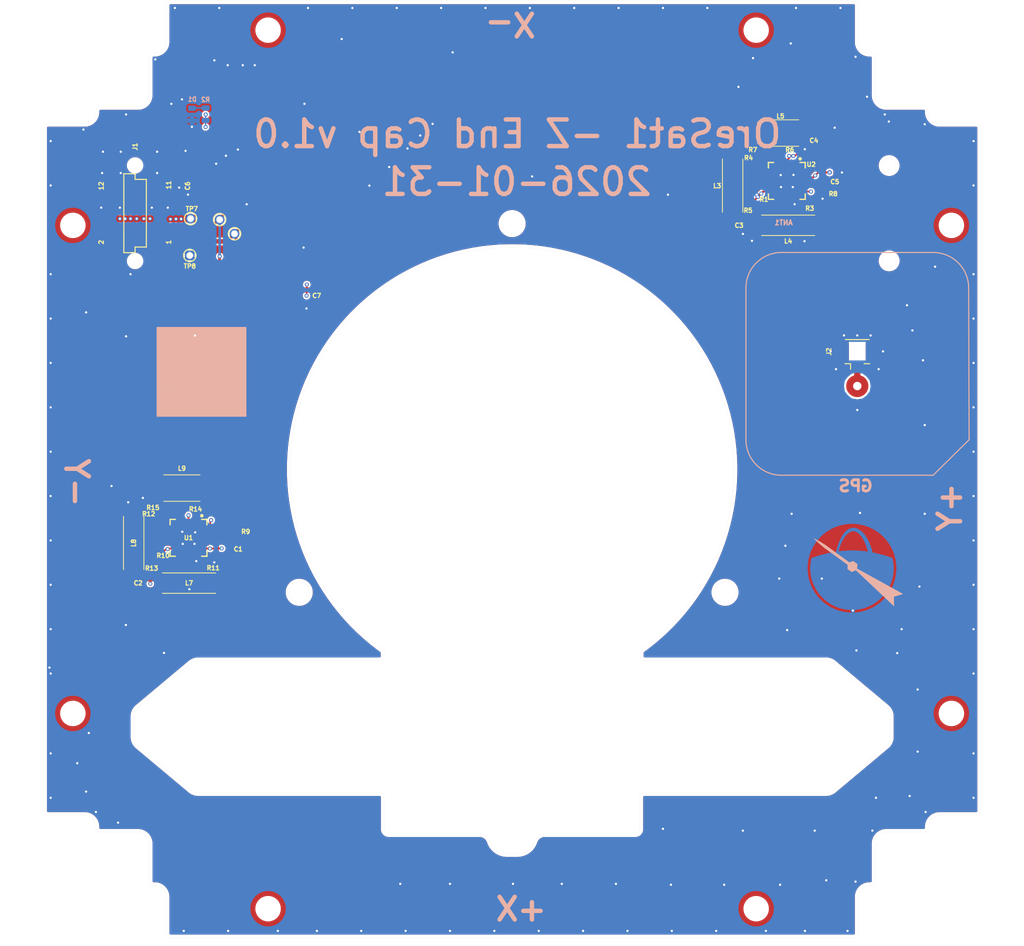
<source format=kicad_pcb>
(kicad_pcb (version 20241229) (generator "pcbnew") (generator_version "9.0")
  (title_block (title "OreSat1 -Z End Cap") (date "2026-01-31") (rev "1.0") (company "Portland State Aerospace Society"))
  (layers (0 "F.Cu" signal) (4 "In1.Cu" signal) (6 "In2.Cu" signal) (2 "B.Cu" signal) (13 "F.Paste" user) (15 "B.Paste" user) (5 "F.SilkS" user "F.Silkscreen") (7 "B.SilkS" user "B.Silkscreen") (1 "F.Mask" user) (3 "B.Mask" user) (25 "Edge.Cuts" user))
  (net 0 "")
  (net 1 "Net-(ANT1-A)")
  (net 2 "+3.3v")
  (net 3 "GND")
  (net 8 "/MAG-SDA")
  (net 9 "/MAG-SCL")
  (net 10 "Net-(D1-A)")
  (net 11 "Net-(U2-YINP)")
  (net 12 "Net-(U2-YINN)")
  (net 13 "Net-(U2-XINN)")
  (net 14 "Net-(U2-XINP)")
  (net 15 "Net-(U2-ZINN)")
  (net 16 "Net-(U2-ZINP)")
  (net 17 "Net-(U1-XINP)")
  (net 18 "Net-(U1-XINN)")
  (net 19 "Net-(U1-YINN)")
  (net 20 "Net-(U1-YINP)")
  (net 21 "Net-(U1-ZINN)")
  (net 22 "Net-(U1-ZINP)")
  (net 23 "Net-(U2-XDRVP)")
  (net 24 "Net-(U2-XDRVN)")
  (net 25 "Net-(U2-YDRVP)")
  (net 26 "Net-(U2-YDRVN)")
  (net 27 "Net-(U2-ZDRVP)")
  (net 28 "Net-(U2-ZDRVN)")
  (net 29 "Net-(U2-REXT)")
  (net 30 "Net-(U1-REXT)")
  (net 31 "Net-(U1-XDRVP)")
  (net 32 "Net-(U1-XDRVN)")
  (net 33 "Net-(U1-YDRVP)")
  (net 34 "Net-(U1-YDRVN)")
  (net 35 "Net-(U1-ZDRVP)")
  (net 36 "Net-(U1-ZDRVN)")
  (footprint "oresat-passives:0603-C-NOSILK" (layer "F.Cu") (at 115.85 113.92)
    (property "Reference" "C1")
    (property "Value" "100n" (hide yes))
  )
  (footprint "oresat-passives:0603-C-NOSILK" (layer "F.Cu") (at 117.3275 112.06 -90)
    (property "Reference" "R9")
    (property "Value" "33k" (hide yes))
  )
  (footprint "oresat-passives:0603-C-NOSILK" (layer "F.Cu") (at 107.7075 111.61 -90)
    (property "Reference" "R12")
    (property "Value" "121" (hide yes))
  )
  (footprint "oresat-passives:0603-C-NOSILK" (layer "F.Cu") (at 183.485 73.19 90)
    (property "Reference" "R8")
    (property "Value" "33k" (hide yes))
  )
  (footprint "oresat-passives:0603-C-NOSILK" (layer "F.Cu") (at 125.35 85.48 -90)
    (property "Reference" "C7")
    (property "Value" "100n" (hide yes))
  )
  (footprint "oresat-passives:0603-C-NOSILK" (layer "F.Cu") (at 181.41 68.915)
    (property "Reference" "C4")
    (property "Value" "100n" (hide yes))
  )
  (footprint "oresat-passives:0805-C-NOSILK" (layer "F.Cu") (at 110.98 74.85 90)
    (property "Reference" "C6")
    (property "Value" "10u")
  )
  (footprint "oresat-misc:RM3100 SEN-XY-f" (layer "F.Cu") (at 105.8575 113.29 90)
    (property "Reference" "L8")
    (property "Value" "SEN1-XY (y-axis)")
  )
  (footprint "oresat-passives:0603-C-NOSILK" (layer "F.Cu") (at 108.9075 110.96 -90)
    (property "Reference" "R15")
    (property "Value" "121" (hide yes))
  )
  (footprint "oresat-misc:TestPoint-0.75mm-th" (layer "F.Cu") (at 112.266447 76.736446)
    (property "Reference" "TP7")
    (property "Value" "Test-Point" (hide yes))
  )
  (footprint "oresat-passives:0603-C-NOSILK" (layer "F.Cu") (at 177.36 75.49)
    (property "Reference" "R1")
    (property "Value" "121" (hide yes))
  )
  (footprint "oresat-misc:RM3100 SEN-XY-f" (layer "F.Cu") (at 179.61 77.49 180)
    (property "Reference" "L4")
    (property "Value" "SEN2-XY (x-axis)")
  )
  (footprint "oresat-passives:0603-C-NOSILK" (layer "F.Cu") (at 112.9375 115.73 180)
    (property "Reference" "R11")
    (property "Value" "121" (hide yes))
  )
  (footprint "oresat-misc:RM3100 SEN-Z-f" (layer "F.Cu") (at 178.76 67.09 180)
    (property "Reference" "L5")
    (property "Value" "SEN2-Z (z-axis)")
  )
  (footprint "oresat-passives:0805-C-NOSILK" (layer "F.Cu") (at 175.54 77.64 -90)
    (property "Reference" "C3")
    (property "Value" "10u" (hide yes))
  )
  (footprint "oresat-passives:0603-C-NOSILK" (layer "F.Cu") (at 184.29 71.54)
    (property "Reference" "C5")
    (property "Value" "100n" (hide yes))
  )
  (footprint "oresat-passives:0603-C-NOSILK" (layer "F.Cu") (at 180.36 75.49 180)
    (property "Reference" "R3")
    (property "Value" "121" (hide yes))
  )
  (footprint "oresat-passives:0603-C-NOSILK" (layer "F.Cu") (at 110.7775 109.52)
    (property "Reference" "R14")
    (property "Value" "121" (hide yes))
  )
  (footprint "oresat-misc:RM3100 SEN-XY-f" (layer "F.Cu") (at 112.0975 117.81 180)
    (property "Reference" "L7")
    (property "Value" "SEN1-XY\n(x-axis)")
  )
  (footprint "oresat-passives:0603-C-NOSILK" (layer "F.Cu") (at 109.9475 115.71)
    (property "Reference" "R10")
    (property "Value" "121" (hide yes))
  )
  (footprint "oresat-passives:0603-C-NOSILK" (layer "F.Cu") (at 175.25 74.31 90)
    (property "Reference" "R5")
    (property "Value" "121" (hide yes))
  )
  (footprint "oresat-misc:RM3100-MagI2C" (layer "F.Cu") (at 112.036447 112.706446 180)
    (property "Reference" "U1")
    (property "Value" "RM3100" (hide yes))
  )
  (footprint "oresat-connectors:J-Harwin-M55-60X1242R" (layer "F.Cu") (at 106.016447 76.126446 90)
    (property "Reference" "J1")
    (property "Value" "M55-7011242R" (hide yes))
  )
  (footprint "oresat-passives:0603-C-NOSILK" (layer "F.Cu") (at 175.13 71.41 -90)
    (property "Reference" "R4")
    (property "Value" "121" (hide yes))
  )
  (footprint "oresat-misc:RM3100-MagI2C" (layer "F.Cu") (at 179.456447 72.486446 180)
    (property "Reference" "U2")
    (property "Value" "RM3100" (hide yes))
  )
  (footprint "oresat-passives:0603-C-NOSILK" (layer "F.Cu") (at 176.36 70.74 -90)
    (property "Reference" "R7")
    (property "Value" "121" (hide yes))
  )
  (footprint "oresat-passives:0603-C-NOSILK" (layer "F.Cu") (at 107.8075 114.54 90)
    (property "Reference" "R13")
    (property "Value" "121" (hide yes))
  )
  (footprint "oresat-passives:0805-C-NOSILK" (layer "F.Cu") (at 107.74 117.94 -90)
    (property "Reference" "C2")
    (property "Value" "10u" (hide yes))
  )
  (footprint "oresat-misc:TestPoint-0.75mm-th" (layer "F.Cu") (at 112.176447 80.886446)
    (property "Reference" "TP8")
    (property "Value" "Test-Point" (hide yes))
  )
  (footprint "oresat-misc:RM3100 SEN-XY-f" (layer "F.Cu") (at 173.35 73.02 90)
    (property "Reference" "L3")
    (property "Value" "SEN2-XY (y-axis)")
  )
  (footprint "oresat-misc:RM3100 SEN-Z-f" (layer "F.Cu") (at 111.2875 107.1 180)
    (property "Reference" "L9")
    (property "Value" "SEN1-Z (z-axis)")
  )
  (footprint "oresat-passives:0603-C-NOSILK" (layer "F.Cu") (at 178.21 69.29)
    (property "Reference" "R6")
    (property "Value" "121" (hide yes))
  )
  (footprint "oresat-misc:TestPoint-0.75mm-th" (layer "F.Cu") (at 117.22 78.44)
    (property "Reference" "TP6" (hide yes))
    (property "Value" "Test-Point" (hide yes))
  )
  (footprint "Connector_Coaxial:U.FL_Hirose_U.FL-R-SMT-1_Vertical" (layer "F.Cu") (at 187.4 92.2 90)
    (property "Reference" "J2")
    (property "Value" "U.FL-R-SMA")
  )
  (footprint "oresat-misc:TestPoint-0.75mm-th" (layer "F.Cu") (at 115.544441 76.847257)
    (property "Reference" "TP3" (hide yes))
    (property "Value" "Test-Point" (hide yes))
  )
  (footprint "MountingHole:MountingHole_2.1mm" (layer "B.Cu") (at 198 132.5 180)
    (property "Reference" "REF**" (hide yes))
    (property "Value" "MountingHole_2.1mm")
  )
  (footprint "oresat-passives:0603-C-NOSILK" (layer "B.Cu") (at 112.43228 65.001383 90)
    (property "Reference" "D1")
    (property "Value" "GRN" (hide yes))
  )
  (footprint "oresat-graphics:PSAS_LOGO_10X10" (layer "B.Cu") (at 187.219118 116.239957 180)
    (property "Reference" "LOGO1" (hide yes))
    (property "Value" "" (hide yes))
  )
  (footprint "MountingHole:MountingHole_2.1mm" (layer "B.Cu") (at 121 154.5 180)
    (property "Reference" "REF**" (hide yes))
    (property "Value" "MountingHole_2.1mm")
  )
  (footprint "MountingHole:MountingHole_2.1mm" (layer "B.Cu") (at 198 77.5 180)
    (property "Reference" "REF**" (hide yes))
    (property "Value" "MountingHole_2.1mm")
  )
  (footprint "MountingHole:MountingHole_2.1mm" (layer "B.Cu") (at 98.996447 77.496446 180)
    (property "Reference" "REF**" (hide yes))
    (property "Value" "MountingHole_2.1mm")
  )
  (footprint "oresat-passives:0603-C-NOSILK" (layer "B.Cu") (at 113.96228 64.971383 -90)
    (property "Reference" "R2")
    (property "Value" "2.7k" (hide yes))
  )
  (footprint "MountingHole:MountingHole_2.1mm" (layer "B.Cu") (at 99 132.5 180)
    (property "Reference" "REF**" (hide yes))
    (property "Value" "MountingHole_2.1mm")
  )
  (footprint "MountingHole:MountingHole_2.1mm" (layer "B.Cu") (at 176 154.5 180)
    (property "Reference" "REF**" (hide yes))
    (property "Value" "MountingHole_2.1mm")
  )
  (footprint "MountingHole:MountingHole_2.1mm" (layer "B.Cu") (at 175.996447 55.496446 180)
    (property "Reference" "REF**" (hide yes))
    (property "Value" "MountingHole_2.1mm")
  )
  (footprint "oresat-misc:Taoglas-GPS-Patch-Antenna" (layer "B.Cu") (at 187.4 93.1 180)
    (property "Reference" "ANT1")
    (property "Value" "GP.1575.25.2.A.02")
  )
  (footprint "MountingHole:MountingHole_2.1mm" (layer "B.Cu") (at 121 55.5 180)
    (property "Reference" "REF**" (hide yes))
    (property "Value" "MountingHole_2.1mm")
  )
  (gr_rect (start 108.5 89) (end 118.5 99) (stroke (width 0.12)) (fill yes) (layer "B.SilkS"))
  (gr_line (start 189.403553 147.166447) (end 189.403553 151.396447) (stroke (width 0.01)) (layer "Edge.Cuts"))
  (gr_line (start 189.403553 58.596448) (end 189.403553 62.826448) (stroke (width 0.01)) (layer "Edge.Cuts"))
  (gr_line (start 133.566825 126.565087) (end 113.10761 126.565087) (stroke (width 0.01)) (layer "Edge.Cuts"))
  (gr_arc (start 100.333553 143.996447) (mid 101.231579 144.368421) (end 101.603553 145.266447) (stroke (width 0.01)) (layer "Edge.Cuts"))
  (gr_arc (start 133.591953 141.412483) (mid 133.94654 141.559981) (end 134.091908 141.915446) (stroke (width 0.01)) (layer "Edge.Cuts"))
  (gr_line (start 162.943913 126.065047) (end 162.943908 126.065047) (stroke (width 0.01)) (layer "Edge.Cuts"))
  (gr_line (start 101.603553 64.726447) (end 101.603553 64.596448) (stroke (width 0.01)) (layer "Edge.Cuts"))
  (gr_line (start 183.891953 126.565087) (end 163.443953 126.565087) (stroke (width 0.01)) (layer "Edge.Cuts"))
  (gr_circle (center 176.003553 154.496447) (end 176.003553 155.546447) (stroke (width 0.01)) (fill no) (layer "Edge.Cuts"))
  (gr_arc (start 109.503553 52.696448) (mid 109.65 52.342894) (end 110.003554 52.196447) (stroke (width 0.01)) (layer "Edge.Cuts"))
  (gr_arc (start 188.773553 58.096447) (mid 187.875527 57.724473) (end 187.503553 56.826448) (stroke (width 0.01)) (layer "Edge.Cuts"))
  (gr_arc (start 201.303553 143.496447) (mid 201.157106 143.85) (end 200.803553 143.996447) (stroke (width 0.01)) (layer "Edge.Cuts"))
  (gr_line (start 195.403553 145.266447) (end 195.403553 145.396447) (stroke (width 0.01)) (layer "Edge.Cuts"))
  (gr_circle (center 99.003553 132.496447) (end 99.003553 133.546447) (stroke (width 0.01)) (fill no) (layer "Edge.Cuts"))
  (gr_circle (center 121.003553 55.496447) (end 121.003553 56.546447) (stroke (width 0.01)) (fill no) (layer "Edge.Cuts"))
  (gr_line (start 110.003554 52.196447) (end 187.003552 52.196447) (stroke (width 0.01)) (layer "Edge.Cuts"))
  (gr_line (start 188.773553 58.096447) (end 188.903552 58.096447) (stroke (width 0.01)) (layer "Edge.Cuts"))
  (gr_arc (start 190.666824 131.852832) (mid 191.002114 132.289188) (end 191.121329 132.826418) (stroke (width 0.01)) (layer "Edge.Cuts"))
  (gr_line (start 162.943908 126.065047) (end 162.943908 125.661147) (stroke (width 0.01)) (layer "Edge.Cuts"))
  (gr_circle (center 172.492457 118.846447) (end 172.492457 119.996447) (stroke (width 0.01)) (fill no) (layer "Edge.Cuts"))
  (gr_arc (start 134.592053 146.036659) (mid 134.241269 145.893046) (end 134.091908 145.544671) (stroke (width 0.01)) (layer "Edge.Cuts"))
  (gr_line (start 152.179653 146.036659) (end 162.391747 146.036659) (stroke (width 0.01)) (layer "Edge.Cuts"))
  (gr_arc (start 95.703553 66.496448) (mid 95.85 66.142894) (end 96.203554 65.996447) (stroke (width 0.01)) (layer "Edge.Cuts"))
  (gr_line (start 106.333553 145.896447) (end 102.103553 145.896447) (stroke (width 0.01)) (layer "Edge.Cuts"))
  (gr_arc (start 105.885777 132.826447) (mid 106.007162 132.28463) (end 106.348039 131.846334) (stroke (width 0.01)) (layer "Edge.Cuts"))
  (gr_arc (start 189.403553 147.166447) (mid 189.775527 146.268421) (end 190.673553 145.896447) (stroke (width 0.01)) (layer "Edge.Cuts"))
  (gr_line (start 194.903553 145.896447) (end 190.673553 145.896447) (stroke (width 0.01)) (layer "Edge.Cuts"))
  (gr_arc (start 102.103553 145.896447) (mid 101.75 145.75) (end 101.603553 145.396447) (stroke (width 0.01)) (layer "Edge.Cuts"))
  (gr_arc (start 101.603553 64.726447) (mid 101.231579 65.624473) (end 100.333554 65.996447) (stroke (width 0.01)) (layer "Edge.Cuts"))
  (gr_arc (start 106.340245 136.124707) (mid 106.002646 135.683347) (end 105.885777 135.140106) (stroke (width 0.01)) (layer "Edge.Cuts"))
  (gr_line (start 149.072953 148.286171) (end 149.072953 148.28619) (stroke (width 0.01)) (layer "Edge.Cuts"))
  (gr_circle (center 190.988553 70.756447) (end 190.988553 71.556447) (stroke (width 0.01)) (fill no) (layer "Edge.Cuts"))
  (gr_line (start 109.503553 56.826447) (end 109.503553 52.696448) (stroke (width 0.01)) (layer "Edge.Cuts"))
  (gr_line (start 134.073841 125.673047) (end 134.073841 126.064947) (stroke (width 0.01)) (layer "Edge.Cuts"))
  (gr_line (start 105.885777 135.140106) (end 105.885777 132.826447) (stroke (width 0.01)) (layer "Edge.Cuts"))
  (gr_arc (start 110.003553 157.796447) (mid 109.65 157.65) (end 109.503553 157.296447) (stroke (width 0.01)) (layer "Edge.Cuts"))
  (gr_arc (start 106.333553 145.896447) (mid 107.231579 146.268421) (end 107.603553 147.166447) (stroke (width 0.01)) (layer "Edge.Cuts"))
  (gr_line (start 196.673553 65.996447) (end 200.803552 65.996447) (stroke (width 0.01)) (layer "Edge.Cuts"))
  (gr_line (start 187.503553 153.166447) (end 187.503553 157.296447) (stroke (width 0.01)) (layer "Edge.Cuts"))
  (gr_line (start 195.403553 64.596448) (end 195.403553 64.726448) (stroke (width 0.01)) (layer "Edge.Cuts"))
  (gr_line (start 108.103554 58.096447) (end 108.233554 58.096447) (stroke (width 0.01)) (layer "Edge.Cuts"))
  (gr_line (start 133.591953 141.412483) (end 113.115053 141.412483) (stroke (width 0.01)) (layer "Edge.Cuts"))
  (gr_line (start 100.333553 143.996447) (end 96.203553 143.996447) (stroke (width 0.01)) (layer "Edge.Cuts"))
  (gr_arc (start 108.233553 151.896447) (mid 109.131579 152.268421) (end 109.503553 153.166447) (stroke (width 0.01)) (layer "Edge.Cuts"))
  (gr_arc (start 187.503553 153.166447) (mid 187.875527 152.268421) (end 188.773553 151.896447) (stroke (width 0.01)) (layer "Edge.Cuts"))
  (gr_arc (start 196.673553 65.996447) (mid 195.775527 65.624473) (end 195.403553 64.726448) (stroke (width 0.01)) (layer "Edge.Cuts"))
  (gr_arc (start 187.003552 52.196447) (mid 187.357106 52.342894) (end 187.503553 52.696448) (stroke (width 0.01)) (layer "Edge.Cuts"))
  (gr_line (start 101.603553 145.396447) (end 101.603553 145.266447) (stroke (width 0.01)) (layer "Edge.Cuts"))
  (gr_line (start 109.503553 157.296447) (end 109.503553 153.166447) (stroke (width 0.01)) (layer "Edge.Cuts"))
  (gr_line (start 149.072953 148.28619) (end 147.934013 148.28619) (stroke (width 0.01)) (layer "Edge.Cuts"))
  (gr_line (start 102.103554 64.096447) (end 106.333554 64.096447) (stroke (width 0.01)) (layer "Edge.Cuts"))
  (gr_arc (start 187.503553 157.296447) (mid 187.357106 157.65) (end 187.003553 157.796447) (stroke (width 0.01)) (layer "Edge.Cuts"))
  (gr_arc (start 108.103553 151.896447) (mid 107.75 151.75) (end 107.603553 151.396447) (stroke (width 0.01)) (layer "Edge.Cuts"))
  (gr_arc (start 107.603553 62.826447) (mid 107.231579 63.724473) (end 106.333554 64.096447) (stroke (width 0.01)) (layer "Edge.Cuts"))
  (gr_line (start 190.660885 136.129713) (end 184.707499 141.115991) (stroke (width 0.01)) (layer "Edge.Cuts"))
  (gr_line (start 95.703553 143.496447) (end 95.703553 66.496448) (stroke (width 0.01)) (layer "Edge.Cuts"))
  (gr_circle (center 198.003553 77.496447) (end 198.003553 78.546447) (stroke (width 0.01)) (fill no) (layer "Edge.Cuts"))
  (gr_line (start 134.091908 141.915446) (end 134.091908 145.544671) (stroke (width 0.01)) (layer "Edge.Cuts"))
  (gr_arc (start 113.115053 141.412483) (mid 112.677299 141.334613) (end 112.293207 141.110629) (stroke (width 0.01)) (layer "Edge.Cuts"))
  (gr_circle (center 109.617673 95.667096) (end 109.617673 96.167096) (stroke (width 0.01)) (fill no) (layer "Edge.Cuts"))
  (gr_arc (start 190.673553 64.096447) (mid 189.775527 63.724473) (end 189.403553 62.826448) (stroke (width 0.01)) (layer "Edge.Cuts"))
  (gr_circle (center 99.003553 77.496447) (end 99.003553 78.546447) (stroke (width 0.01)) (fill no) (layer "Edge.Cuts"))
  (gr_arc (start 191.121329 135.151147) (mid 191.000474 135.691895) (end 190.660885 136.129713) (stroke (width 0.01)) (layer "Edge.Cuts"))
  (gr_line (start 106.348039 131.846334) (end 112.299743 126.861466) (stroke (width 0.01)) (layer "Edge.Cuts"))
  (gr_arc (start 188.903552 58.096447) (mid 189.257106 58.242894) (end 189.403553 58.596448) (stroke (width 0.01)) (layer "Edge.Cuts"))
  (gr_arc (start 107.603553 58.596448) (mid 107.75 58.242894) (end 108.103554 58.096447) (stroke (width 0.01)) (layer "Edge.Cuts"))
  (gr_line (start 184.707368 126.86147) (end 190.666824 131.852832) (stroke (width 0.01)) (layer "Edge.Cuts"))
  (gr_arc (start 200.803552 65.996447) (mid 201.157106 66.142894) (end 201.303553 66.496448) (stroke (width 0.01)) (layer "Edge.Cuts"))
  (gr_arc (start 144.827353 146.036659) (mid 145.57221 146.278004) (end 146.033951 146.91033) (stroke (width 0.01)) (layer "Edge.Cuts"))
  (gr_arc (start 162.891746 145.537248) (mid 162.745087 145.89041) (end 162.391747 146.036659) (stroke (width 0.01)) (layer "Edge.Cuts"))
  (gr_arc (start 162.943908 125.661147) (mid 162.998662 125.433684) (end 163.15096 125.256098) (stroke (width 0.01)) (layer "Edge.Cuts"))
  (gr_circle (center 190.988553 81.496447) (end 190.988553 82.296447) (stroke (width 0.01)) (fill no) (layer "Edge.Cuts"))
  (gr_line (start 187.503553 52.696448) (end 187.503553 56.826448) (stroke (width 0.01)) (layer "Edge.Cuts"))
  (gr_circle (center 148.503553 77.296447) (end 148.503553 78.446447) (stroke (width 0.01)) (fill no) (layer "Edge.Cuts"))
  (gr_arc (start 150.973155 146.91033) (mid 151.434847 146.27801) (end 152.179653 146.036659) (stroke (width 0.01)) (layer "Edge.Cuts"))
  (gr_arc (start 109.503553 56.826447) (mid 109.131579 57.724473) (end 108.233554 58.096447) (stroke (width 0.01)) (layer "Edge.Cuts"))
  (gr_circle (center 124.514649 118.846447) (end 124.514649 119.996447) (stroke (width 0.01)) (fill no) (layer "Edge.Cuts"))
  (gr_line (start 191.121329 132.826418) (end 191.121329 135.151147) (stroke (width 0.01)) (layer "Edge.Cuts"))
  (gr_line (start 162.891746 145.537248) (end 162.896107 141.911845) (stroke (width 0.01)) (layer "Edge.Cuts"))
  (gr_arc (start 150.973155 146.91033) (mid 150.245972 147.906146) (end 149.072953 148.286171) (stroke (width 0.01)) (layer "Edge.Cuts"))
  (gr_arc (start 147.934013 148.28619) (mid 146.761065 147.906108) (end 146.033951 146.91033) (stroke (width 0.01)) (layer "Edge.Cuts"))
  (gr_arc (start 133.86658 125.263638) (mid 134.01994 125.443167) (end 134.073841 125.673047) (stroke (width 0.01)) (layer "Edge.Cuts"))
  (gr_arc (start 194.903552 64.096447) (mid 195.257106 64.242894) (end 195.403553 64.596448) (stroke (width 0.01)) (layer "Edge.Cuts"))
  (gr_line (start 96.203554 65.996447) (end 100.333554 65.996447) (stroke (width 0.01)) (layer "Edge.Cuts"))
  (gr_line (start 201.303553 66.496448) (end 201.303553 143.496447) (stroke (width 0.01)) (layer "Edge.Cuts"))
  (gr_arc (start 133.86658 125.263638) (mid 148.497116 79.996448) (end 163.15096 125.256098) (stroke (width 0.01)) (layer "Edge.Cuts"))
  (gr_arc (start 183.891953 126.565087) (mid 184.325756 126.641482) (end 184.707368 126.86147) (stroke (width 0.01)) (layer "Edge.Cuts"))
  (gr_line (start 108.233553 151.896447) (end 108.103553 151.896447) (stroke (width 0.01)) (layer "Edge.Cuts"))
  (gr_line (start 187.003553 157.796447) (end 110.003553 157.796447) (stroke (width 0.01)) (layer "Edge.Cuts"))
  (gr_arc (start 101.603553 64.596448) (mid 101.75 64.242894) (end 102.103554 64.096447) (stroke (width 0.01)) (layer "Edge.Cuts"))
  (gr_arc (start 134.073841 126.064947) (mid 133.924917 126.421039) (end 133.566825 126.565087) (stroke (width 0.01)) (layer "Edge.Cuts"))
  (gr_line (start 183.884277 141.412483) (end 163.386999 141.412483) (stroke (width 0.01)) (layer "Edge.Cuts"))
  (gr_line (start 134.592053 146.036659) (end 144.827353 146.036659) (stroke (width 0.01)) (layer "Edge.Cuts"))
  (gr_arc (start 195.403553 145.266447) (mid 195.775527 144.368421) (end 196.673553 143.996447) (stroke (width 0.01)) (layer "Edge.Cuts"))
  (gr_line (start 190.673553 64.096447) (end 194.903552 64.096447) (stroke (width 0.01)) (layer "Edge.Cuts"))
  (gr_arc (start 184.707499 141.115991) (mid 184.322216 141.337333) (end 183.884277 141.412483) (stroke (width 0.01)) (layer "Edge.Cuts"))
  (gr_line (start 188.903553 151.896447) (end 188.773553 151.896447) (stroke (width 0.01)) (layer "Edge.Cuts"))
  (gr_line (start 107.603553 62.826447) (end 107.603553 58.596448) (stroke (width 0.01)) (layer "Edge.Cuts"))
  (gr_arc (start 189.403553 151.396447) (mid 189.257106 151.75) (end 188.903553 151.896447) (stroke (width 0.01)) (layer "Edge.Cuts"))
  (gr_arc (start 163.443953 126.565087) (mid 163.090371 126.418629) (end 162.943913 126.065047) (stroke (width 0.01)) (layer "Edge.Cuts"))
  (gr_circle (center 198.003553 132.496447) (end 198.003553 133.546447) (stroke (width 0.01)) (fill no) (layer "Edge.Cuts"))
  (gr_line (start 107.603553 151.396447) (end 107.603553 147.166447) (stroke (width 0.01)) (layer "Edge.Cuts"))
  (gr_arc (start 96.203553 143.996447) (mid 95.85 143.85) (end 95.703553 143.496447) (stroke (width 0.01)) (layer "Edge.Cuts"))
  (gr_arc (start 112.299743 126.861466) (mid 112.677814 126.642777) (end 113.10761 126.565087) (stroke (width 0.01)) (layer "Edge.Cuts"))
  (gr_line (start 112.293207 141.110629) (end 106.340245 136.124707) (stroke (width 0.01)) (layer "Edge.Cuts"))
  (gr_arc (start 195.403553 145.396447) (mid 195.257106 145.75) (end 194.903553 145.896447) (stroke (width 0.01)) (layer "Edge.Cuts"))
  (gr_arc (start 162.896107 141.911845) (mid 163.039556 141.561897) (end 163.386999 141.412483) (stroke (width 0.01)) (layer "Edge.Cuts"))
  (gr_circle (center 121.003553 154.496447) (end 121.003553 155.546447) (stroke (width 0.01)) (fill no) (layer "Edge.Cuts"))
  (gr_circle (center 176.003553 55.496447) (end 176.003553 56.546447) (stroke (width 0.01)) (fill no) (layer "Edge.Cuts"))
  (gr_line (start 200.803553 143.996447) (end 196.673553 143.996447) (stroke (width 0.01)) (layer "Edge.Cuts"))
  (gr_text "+X" (at 149.52 154.56 0) (layer "B.SilkS") (effects (font (size 2.55 2.55) (thickness 0.5)) (justify mirror)))
  (gr_text "-Y" (at 99.42 106.5 -90) (layer "B.SilkS") (effects (font (size 2.55 2.55) (thickness 0.5)) (justify mirror)))
  (gr_text "-X" (at 148.3 54.8 -180) (layer "B.SilkS") (effects (font (size 2.55 2.55) (thickness 0.5)) (justify mirror)))
  (gr_text "+Y" (at 197.83 109.26 -270) (layer "B.SilkS") (effects (font (size 2.55 2.55) (thickness 0.5)) (justify mirror)))
  (gr_text "${ISSUE_DATE}" (at 149.02 72.59 0) (layer "B.SilkS") (effects (font (size 3 3) (thickness 0.5)) (justify mirror)))
  (gr_text "GPS" (at 189.3 107.6 0) (layer "B.SilkS") (effects (font (size 1.27 1.27) (thickness 0.5) (bold yes)) (justify left bottom mirror)))
  (gr_text "${TITLE} v${REVISION}" (at 149.08 67.2 0) (layer "B.SilkS") (effects (font (size 3 3) (thickness 0.5)) (justify mirror)))
  (segment (start 187.4 93.25) (end 187.4 95.6) (width 0.7) (layer "F.Cu") (net 1))
  (segment (start 179.73 69.67) (end 179.73 69.9) (width 0.2) (layer "F.Cu") (net 2))
  (segment (start 180.71 69.34) (end 180.71 68.915) (width 0.2) (layer "F.Cu") (net 2))
  (segment (start 114.232893 111.51) (end 113.9475 111.51) (width 0.2) (layer "F.Cu") (net 2))
  (segment (start 107.74 116.45) (end 107.74 117.14) (width 0.2) (layer "F.Cu") (net 2))
  (segment (start 179.73 69.9) (end 179.46 70.17) (width 0.2) (layer "F.Cu") (net 2))
  (segment (start 182.66 71.87) (end 182.44 72.09) (width 0.2) (layer "F.Cu") (net 2))
  (segment (start 113.9475 113.91) (end 114.45 113.91) (width 0.2) (layer "F.Cu") (net 2))
  (segment (start 176.785 73.69) (end 175.935 74.54) (width 0.2) (layer "F.Cu") (net 2))
  (segment (start 125.37 84.16) (end 125.37 84.76) (width 0.127) (layer "F.Cu") (net 2))
  (segment (start 175.935 75.595) (end 175.55 75.98) (width 0.2) (layer "F.Cu") (net 2))
  (segment (start 109.69 113.98) (end 109.5 113.98) (width 0.2) (layer "F.Cu") (net 2))
  (segment (start 182.66 71.865) (end 182.985 71.54) (width 0.2) (layer "F.Cu") (net 2))
  (segment (start 114.45 113.91) (end 114.46 113.92) (width 0.2) (layer "F.Cu") (net 2))
  (segment (start 108.565 115.625) (end 107.74 116.45) (width 0.2) (layer "F.Cu") (net 2))
  (segment (start 125.35 85.41) (end 125.34 85.42) (width 0.127) (layer "F.Cu") (net 2))
  (segment (start 179.46 70.17) (end 179.46 70.5825) (width 0.2) (layer "F.Cu") (net 2))
  (segment (start 175.55 76.83) (end 175.54 76.84) (width 0.2) (layer "F.Cu") (net 2))
  (segment (start 109.76 113.91) (end 109.69 113.98) (width 0.2) (layer "F.Cu") (net 2))
  (segment (start 183.6 71.53) (end 183.59 71.54) (width 0.2) (layer "F.Cu") (net 2))
  (segment (start 182.985 71.54) (end 183.59 71.54) (width 0.2) (layer "F.Cu") (net 2))
  (segment (start 182.66 71.87) (end 182.66 71.865) (width 0.2) (layer "F.Cu") (net 2))
  (segment (start 115.17 113.9) (end 115.15 113.92) (width 0.2) (layer "F.Cu") (net 2))
  (segment (start 114.46 113.92) (end 115.15 113.92) (width 0.2) (layer "F.Cu") (net 2))
  (segment (start 125.37 84.76) (end 125.35 84.78) (width 0.127) (layer "F.Cu") (net 2))
  (segment (start 180.38 69.67) (end 180.71 69.34) (width 0.2) (layer "F.Cu") (net 2))
  (segment (start 114.49 110.812893) (end 114.49 111.252893) (width 0.2) (layer "F.Cu") (net 2))
  (segment (start 179.73 69.67) (end 180.38 69.67) (width 0.2) (layer "F.Cu") (net 2))
  (segment (start 115.77 113.9) (end 115.17 113.9) (width 0.2) (layer "F.Cu") (net 2))
  (segment (start 112.04 110.8025) (end 112.036447 110.798947) (width 0.2) (layer "F.Cu") (net 2))
  (segment (start 182.18 73.69) (end 181.3675 73.69) (width 0.2) (layer "F.Cu") (net 2))
  (segment (start 175.55 75.98) (end 175.55 76.83) (width 0.2) (layer "F.Cu") (net 2))
  (segment (start 107.74 117.87) (end 107.73 117.88) (width 0.2) (layer "F.Cu") (net 2))
  (segment (start 125.35 84.78) (end 125.35 85.41) (width 0.127) (layer "F.Cu") (net 2))
  (segment (start 114.49 111.252893) (end 114.232893 111.51) (width 0.2) (layer "F.Cu") (net 2))
  (segment (start 177.5525 73.69) (end 176.785 73.69) (width 0.2) (layer "F.Cu") (net 2))
  (segment (start 112.036447 110.798947) (end 112.036447 110.166446) (width 0.2) (layer "F.Cu") (net 2))
  (segment (start 175.935 74.54) (end 175.935 75.595) (width 0.2) (layer "F.Cu") (net 2))
  (segment (start 182.44 72.09) (end 181.3675 72.09) (width 0.2) (layer "F.Cu") (net 2))
  (segment (start 184.28 71.53) (end 183.6 71.53) (width 0.2) (layer "F.Cu") (net 2))
  (segment (start 110.1325 113.91) (end 109.76 113.91) (width 0.2) (layer "F.Cu") (net 2))
  (segment (start 108.565 114.915) (end 108.565 115.625) (width 0.2) (layer "F.Cu") (net 2))
  (segment (start 107.74 117.14) (end 107.74 117.87) (width 0.2) (layer "F.Cu") (net 2))
  (segment (start 109.5 113.98) (end 108.565 114.915) (width 0.2) (layer "F.Cu") (net 2))
  (segment (start 114.586447 110.716446) (end 114.49 110.812893) (width 0.2) (layer "F.Cu") (net 2))
  (via (at 113.96 66.41) (size 0.4572) (drill 0.254) (layers "F.Cu" "B.Cu") (net 2))
  (via (at 107 76.75) (size 0.4572) (drill 0.254) (layers "F.Cu" "B.Cu") (net 2))
  (via (at 111.2 76.775) (size 0.4572) (drill 0.254) (layers "F.Cu" "B.Cu") (net 2))
  (via (at 125.37 84.16) (size 0.4572) (drill 0.254) (layers "F.Cu" "B.Cu") (net 2))
  (via (at 114.586447 110.716446) (size 0.4572) (drill 0.254) (layers "F.Cu" "B.Cu") (net 2))
  (via (at 176.185 74.29) (size 0.4572) (drill 0.254) (layers "F.Cu" "B.Cu") (net 2))
  (via (at 114.46 113.92) (size 0.4572) (drill 0.254) (layers "F.Cu" "B.Cu") (net 2))
  (via (at 104.3 76.75) (size 0.4572) (drill 0.254) (layers "F.Cu" "B.Cu") (net 2))
  (via (at 115.77 113.9) (size 0.4572) (drill 0.254) (layers "F.Cu" "B.Cu") (net 2))
  (via (at 107.7 76.75) (size 0.4572) (drill 0.254) (layers "F.Cu" "B.Cu") (net 2))
  (via (at 113.97 65.01) (size 0.4572) (drill 0.254) (layers "F.Cu" "B.Cu") (net 2))
  (via (at 180.19 69.67) (size 0.4572) (drill 0.254) (layers "F.Cu" "B.Cu") (net 2))
  (via (at 125.34 85.42) (size 0.4572) (drill 0.254) (layers "F.Cu" "B.Cu") (net 2))
  (via (at 182.66 71.87) (size 0.4572) (drill 0.254) (layers "F.Cu" "B.Cu") (net 2))
  (via (at 182.18 73.69) (size 0.4572) (drill 0.254) (layers "F.Cu" "B.Cu") (net 2))
  (via (at 106.2 76.75) (size 0.4572) (drill 0.254) (layers "F.Cu" "B.Cu") (net 2))
  (via (at 184.28 71.53) (size 0.508) (drill 0.254) (layers "F.Cu" "B.Cu") (net 2))
  (via (at 105.5 76.75) (size 0.4572) (drill 0.254) (layers "F.Cu" "B.Cu") (net 2))
  (via (at 107.73 117.88) (size 0.4572) (drill 0.254) (layers "F.Cu" "B.Cu") (net 2))
  (via (at 109.69 113.98) (size 0.4572) (drill 0.254) (layers "F.Cu" "B.Cu") (net 2))
  (via (at 104.9 76.75) (size 0.4572) (drill 0.254) (layers "F.Cu" "B.Cu") (net 2))
  (via (at 110 76.8) (size 0.4572) (drill 0.254) (layers "F.Cu" "B.Cu") (net 2))
  (via (at 112.036447 110.166446) (size 0.4572) (drill 0.254) (layers "F.Cu" "B.Cu") (net 2))
  (via (at 179.73 69.67) (size 0.4572) (drill 0.254) (layers "F.Cu" "B.Cu") (net 2))
  (via (at 110.625 76.775) (size 0.4572) (drill 0.254) (layers "F.Cu" "B.Cu") (net 2))
  (via (at 176.585 73.915) (size 0.4572) (drill 0.254) (layers "F.Cu" "B.Cu") (net 2))
  (segment (start 113.96228 65.671383) (end 113.96228 66.40772) (width 0.127) (layer "B.Cu") (net 2))
  (segment (start 113.96228 66.40772) (end 113.96 66.41) (width 0.127) (layer "B.Cu") (net 2))
  (segment (start 113.97 65.663663) (end 113.96228 65.671383) (width 0.127) (layer "B.Cu") (net 2))
  (segment (start 113.97 65.01) (end 113.97 65.663663) (width 0.127) (layer "B.Cu") (net 2))
  (segment (start 181.3675 71.29) (end 180.66 71.29) (width 0.2) (layer "F.Cu") (net 3))
  (segment (start 112.84 111.91) (end 112.04 112.71) (width 0.127) (layer "F.Cu") (net 3))
  (segment (start 179.06 72.09) (end 179.46 72.49) (width 0.127) (layer "F.Cu") (net 3))
  (segment (start 180.66 71.29) (end 179.46 72.49) (width 0.2) (layer "F.Cu") (net 3))
  (segment (start 179.86 70.5825) (end 180.26 70.5825) (width 0.127) (layer "F.Cu") (net 3))
  (segment (start 180.26 74.3975) (end 179.86 74.3975) (width 0.127) (layer "F.Cu") (net 3))
  (segment (start 112.84 114.6175) (end 112.44 114.6175) (width 0.127) (layer "F.Cu") (net 3))
  (segment (start 180.26 70.5825) (end 180.26 71.76) (width 0.127) (layer "F.Cu") (net 3))
  (segment (start 112.84 110.8025) (end 112.84 111.91) (width 0.127) (layer "F.Cu") (net 3))
  (segment (start 179.86 74.3975) (end 179.86 72.89) (width 0.127) (layer "F.Cu") (net 3))
  (segment (start 111.64 110.8025) (end 111.64 112.31) (width 0.127) (layer "F.Cu") (net 3))
  (segment (start 180.26 74.3975) (end 180.26 73.31) (width 0.127) (layer "F.Cu") (net 3))
  (segment (start 179.86 70.5825) (end 179.86 72.09) (width 0.127) (layer "F.Cu") (net 3))
  (segment (start 112.44 110.8025) (end 112.44 112.31) (width 0.127) (layer "F.Cu") (net 3))
  (segment (start 180.26 71.76) (end 180.21 71.81) (width 0.127) (layer "F.Cu") (net 3))
  (segment (start 179.06 70.5825) (end 179.06 72.09) (width 0.127) (layer "F.Cu") (net 3))
  (segment (start 125.35 86.84) (end 125.33 86.86) (width 0.127) (layer "F.Cu") (net 3))
  (segment (start 125.35 86.18) (end 125.35 86.84) (width 0.127) (layer "F.Cu") (net 3))
  (segment (start 179.86 72.89) (end 179.46 72.49) (width 0.127) (layer "F.Cu") (net 3))
  (segment (start 112.44 112.31) (end 112.04 112.71) (width 0.127) (layer "F.Cu") (net 3))
  (segment (start 111.64 112.31) (end 112.04 112.71) (width 0.127) (layer "F.Cu") (net 3))
  (segment (start 180.26 73.31) (end 180.13 73.18) (width 0.127) (layer "F.Cu") (net 3))
  (via (at 180 110) (size 0.508) (drill 0.254) (layers "F.Cu" "B.Cu") (net 3))
  (via (at 96.5 98) (size 0.508) (drill 0.254) (layers "F.Cu" "B.Cu") (net 3))
  (via (at 111.98 74.03) (size 0.508) (drill 0.254) (layers "F.Cu" "B.Cu") (net 3))
  (via (at 172.4 151.8) (size 0.508) (drill 0.254) (layers "F.Cu" "B.Cu") (net 3))
  (via (at 154.1 151.7) (size 0.508) (drill 0.254) (layers "F.Cu" "B.Cu") (net 3))
  (via (at 170.5 53) (size 0.508) (drill 0.254) (layers "F.Cu" "B.Cu") (net 3))
  (via (at 125 80) (size 0.508) (drill 0.254) (layers "F.Cu" "B.Cu") (net 3))
  (via (at 200.5 73) (size 0.508) (drill 0.254) (layers "F.Cu" "B.Cu") (net 3))
  (via (at 116.5 157) (size 0.508) (drill 0.254) (layers "F.Cu" "B.Cu") (net 3))
  (via (at 178.77 71.83) (size 0.508) (drill 0.254) (layers "F.Cu" "B.Cu") (net 3))
  (via (at 96.5 83) (size 0.508) (drill 0.254) (layers "F.Cu" "B.Cu") (net 3))
  (via (at 174.51 78.46) (size 0.508) (drill 0.254) (layers "F.Cu" "B.Cu") (net 3))
  (via (at 116.25 69.65) (size 0.508) (drill 0.254) (layers "F.Cu" "B.Cu") (net 3))
  (via (at 174.01 61.89) (size 0.508) (drill 0.254) (layers "F.Cu" "B.Cu") (net 3))
  (via (at 187.2 58.5) (size 0.508) (drill 0.254) (layers "F.Cu" "B.Cu") (net 3))
  (via (at 109.7 75.5) (size 0.4572) (drill 0.254) (layers "F.Cu" "B.Cu") (net 3))
  (via (at 177.1 157) (size 0.508) (drill 0.254) (layers "F.Cu" "B.Cu") (net 3))
  (via (at 188.5 63) (size 0.508) (drill 0.254) (layers "F.Cu" "B.Cu") (net 3))
  (via (at 181.5 157) (size 0.508) (drill 0.254) (layers "F.Cu" "B.Cu") (net 3))
  (via (at 118.59 75.12) (size 0.4572) (drill 0.254) (layers "F.Cu" "B.Cu") (net 3))
  (via (at 183.9 151.3) (size 0.508) (drill 0.254) (layers "F.Cu" "B.Cu") (net 3))
  (via (at 96.5 93) (size 0.508) (drill 0.254) (layers "F.Cu" "B.Cu") (net 3))
  (via (at 122.1 157) (size 0.508) (drill 0.254) (layers "F.Cu" "B.Cu") (net 3))
  (via (at 104.1 144.8) (size 0.508) (drill 0.254) (layers "F.Cu" "B.Cu") (net 3))
  (via (at 131.5 157) (size 0.508) (drill 0.254) (layers "F.Cu" "B.Cu") (net 3))
  (via (at 100.5 141.3) (size 0.508) (drill 0.254) (layers "F.Cu" "B.Cu") (net 3))
  (via (at 190.5 65) (size 0.508) (drill 0.254) (layers "F.Cu" "B.Cu") (net 3))
  (via (at 200.5 123) (size 0.508) (drill 0.254) (layers "F.Cu" "B.Cu") (net 3))
  (via (at 200.5 83) (size 0.508) (drill 0.254) (layers "F.Cu" "B.Cu") (net 3))
  (via (at 141.5 151.7) (size 0.508) (drill 0.254) (layers "F.Cu" "B.Cu") (net 3))
  (via (at 194.2 129.8) (size 0.508) (drill 0.254) (layers "F.Cu" "B.Cu") (net 3))
  (via (at 136.71 68.83) (size 0.4572) (drill 0.254) (layers "F.Cu" "B.Cu") (net 3))
  (via (at 155.5 53) (size 0.508) (drill 0.254) (layers "F.Cu" "B.Cu") (net 3))
  (via (at 105.5 83) (size 0.508) (drill 0.254) (layers "F.Cu" "B.Cu") (net 3))
  (via (at 194.2 136.8) (size 0.508) (drill 0.254) (layers "F.Cu" "B.Cu") (net 3))
  (via (at 102.2 75.5) (size 0.508) (drill 0.254) (layers "F.Cu" "B.Cu") (net 3))
  (via (at 171.5 157) (size 0.508) (drill 0.254) (layers "F.Cu" "B.Cu") (net 3))
  (via (at 195 66.1) (size 0.508) (drill 0.254) (layers "F.Cu" "B.Cu") (net 3))
  (via (at 193.609078 89.334187) (size 0.508) (drill 0.254) (layers "F.Cu" "B.Cu") (net 3))
  (via (at 195.1 143.6) (size 0.508) (drill 0.254) (layers "F.Cu" "B.Cu") (net 3))
  (via (at 125.1 63.8) (size 0.508) (drill 0.254) (layers "F.Cu" "B.Cu") (net 3))
  (via (at 183.485 74.49) (size 0.508) (drill 0.254) (layers "F.Cu" "B.Cu") (net 3))
  (via (at 185 93.7) (size 0.508) (drill 0.254) (layers "F.Cu" "B.Cu") (net 3))
  (via (at 187.7 109.9) (size 0.508) (drill 0.254) (layers "F.Cu" "B.Cu") (net 3))
  (via (at 200.5 108) (size 0.508) (drill 0.254) (layers "F.Cu" "B.Cu") (net 3))
  (via (at 186.9 120.9) (size 0.508) (drill 0.254) (layers "F.Cu" "B.Cu") (net 3))
  (via (at 104.4 71.6) (size 0.508) (drill 0.254) (layers "F.Cu" "B.Cu") (net 3))
  (via (at 96.5 108) (size 0.508) (drill 0.254) (layers "F.Cu" "B.Cu") (net 3))
  (via (at 151.5 157) (size 0.508) (drill 0.254) (layers "F.Cu" "B.Cu") (net 3))
  (via (at 116.45 59.45) (size 0.508) (drill 0.254) (layers "F.Cu" "B.Cu") (net 3))
  (via (at 187.4 89.9) (size 0.508) (drill 0.254) (layers "F.Cu" "B.Cu") (net 3))
  (via (at 108.5 71.6) (size 0.508) (drill 0.254) (layers "F.Cu" "B.Cu") (net 3))
  (via (at 141.5 157) (size 0.508) (drill 0.254) (layers "F.Cu" "B.Cu") (net 3))
  (via (at 192.4 123) (size 0.508) (drill 0.254) (layers "F.Cu" "B.Cu") (net 3))
  (via (at 104.976447 122.526446) (size 0.508) (drill 0.254) (layers "F.Cu" "B.Cu") (net 3))
  (via (at 186.3 157) (size 0.508) (drill 0.254) (layers "F.Cu" "B.Cu") (net 3))
  (via (at 200.5 68) (size 0.508) (drill 0.254) (layers "F.Cu" "B.Cu") (net 3))
  (via (at 187.4 98.3) (size 0.508) (drill 0.254) (layers "F.Cu" "B.Cu") (net 3))
  (via (at 175.53 79.24) (size 0.508) (drill 0.254) (layers "F.Cu" "B.Cu") (net 3))
  (via (at 193.3 141.8) (size 0.508) (drill 0.254) (layers "F.Cu" "B.Cu") (net 3))
  (via (at 200.5 103) (size 0.508) (drill 0.254) (layers "F.Cu" "B.Cu") (net 3))
  (via (at 190.95 65.8) (size 0.508) (drill 0.254) (layers "F.Cu" "B.Cu") (net 3))
  (via (at 185.67 71.54) (size 0.508) (drill 0.254) (layers "F.Cu" "B.Cu") (net 3))
  (via (at 129.3 56.5) (size 0.508) (drill 0.254) (layers "F.Cu" "B.Cu") (net 3))
  (via (at 141.8 58) (size 0.508) (drill 0.254) (layers "F.Cu" "B.Cu") (net 3))
  (via (at 115.5 53) (size 0.508) (drill 0.254) (layers "F.Cu" "B.Cu") (net 3))
  (via (at 108.5 69.2) (size 0.508) (drill 0.254) (layers "F.Cu" "B.Cu") (net 3))
  (via (at 107.9 75.5) (size 0.4572) (drill 0.254) (layers "F.Cu" "B.Cu") (net 3))
  (via (at 111.33 112.02) (size 0.508) (drill 0.254) (layers "F.Cu" "B.Cu") (net 3))
  (via (at 146.5 157) (size 0.508) (drill 0.254) (layers "F.Cu" "B.Cu") (net 3))
  (via (at 189.1 145.7) (size 0.508) (drill 0.254) (layers "F.Cu" "B.Cu") (net 3))
  (via (at 185.5 53) (size 0.508) (drill 0.254) (layers "F.Cu" "B.Cu") (net 3))
  (via (at 111.5 157) (size 0.508) (drill 0.254) (layers "F.Cu" "B.Cu") (net 3))
  (via (at 179.5 123.1) (size 0.508) (drill 0.254) (layers "F.Cu" "B.Cu") (net 3))
  (via (at 200.5 118) (size 0.508) (drill 0.254) (layers "F.Cu" "B.Cu") (net 3))
  (via (at 179.9 57) (size 0.508) (drill 0.254) (layers "F.Cu" "B.Cu") (net 3))
  (via (at 180.335 75.115) (size 0.4572) (drill 0.254) (layers "F.Cu" "B.Cu") (net 3))
  (via (at 185.9 89.9) (size 0.508) (drill 0.254) (layers "F.Cu" "B.Cu") (net 3))
  (via (at 110.5 53) (size 0.508) (drill 0.254) (layers "F.Cu" "B.Cu") (net 3))
  (via (at 112.77 89.91) (size 0.508) (drill 0.254) (layers "F.Cu" "B.Cu") (net 3))
  (via (at 114.95 58.9) (size 0.508) (drill 0.254) (layers "F.Cu" "B.Cu") (net 3))
  (via (at 96.5 73) (size 0.508) (drill 0.254) (layers "F.Cu" "B.Cu") (net 3))
  (via (at 194.4 118.2) (size 0.508) (drill 0.254) (layers "F.Cu" "B.Cu") (net 3))
  (via (at 117.6 68.95) (size 0.508) (drill 0.254) (layers "F.Cu" "B.Cu") (net 3))
  (via (at 174.5 145.7) (size 0.508) (drill 0.254) (layers "F.Cu" "B.Cu") (net 3))
  (via (at 112.42 66.39) (size 0.508) (drill 0.254) (layers "F.Cu" "B.Cu") (net 3))
  (via (at 182.6 145.7) (size 0.508) (drill 0.254) (layers "F.Cu" "B.Cu") (net 3))
  (via (at 119.5 59.45) (size 0.508) (drill 0.254) (layers "F.Cu" "B.Cu") (net 3))
  (via (at 106.89 108.21) (size 0.508) (drill 0.254) (layers "F.Cu" "B.Cu") (net 3))
  (via (at 200.5 137) (size 0.508) (drill 0.254) (layers "F.Cu" "B.Cu") (net 3))
  (via (at 160.5 53) (size 0.508) (drill 0.254) (layers "F.Cu" "B.Cu") (net 3))
  (via (at 138.15 67.37) (size 0.4572) (drill 0.254) (layers "F.Cu" "B.Cu") (net 3))
  (via (at 112.79 112.09) (size 0.508) (drill 0.254) (layers "F.Cu" "B.Cu") (net 3))
  (via (at 140.5 53) (size 0.508) (drill 0.254) (layers "F.Cu" "B.Cu") (net 3))
  (via (at 188.9 89.9) (size 0.508) (drill 0.254) (layers "F.Cu" "B.Cu") (net 3))
  (via (at 114.94 115.47) (size 0.508) (drill 0.254) (layers "F.Cu" "B.Cu") (net 3))
  (via (at 200.5 142) (size 0.508) (drill 0.254) (layers "F.Cu" "B.Cu") (net 3))
  (via (at 100.5 87.3) (size 0.508) (drill 0.254) (layers "F.Cu" "B.Cu") (net 3))
  (via (at 102.3 71.6) (size 0.508) (drill 0.254) (layers "F.Cu" "B.Cu") (net 3))
  (via (at 165.5 53) (size 0.508) (drill 0.254) (layers "F.Cu" "B.Cu") (net 3))
  (via (at 125.5 53) (size 0.508) (drill 0.254) (layers "F.Cu" "B.Cu") (net 3))
  (via (at 96.5 128) (size 0.508) (drill 0.254) (layers "F.Cu" "B.Cu") (net 3))
  (via (at 183.4 117.3) (size 0.508) (drill 0.254) (layers "F.Cu" "B.Cu") (net 3))
  (via (at 118.15 59.45) (size 0.508) (drill 0.254) (layers "F.Cu" "B.Cu") (net 3))
  (via (at 105.24 108.7) (size 0.508) (drill 0.254) (layers "F.Cu" "B.Cu") (net 3))
  (via (at 115.15 70.55) (size 0.508) (drill 0.254) (layers "F.Cu" "B.Cu") (net 3))
  (via (at 96.5 118) (size 0.508) (drill 0.254) (layers "F.Cu" "B.Cu") (net 3))
  (via (at 130.5 53) (size 0.508) (drill 0.254) (layers "F.Cu" "B.Cu") (net 3))
  (via (at 112.91 115.33) (size 0.508) (drill 0.254) (layers "F.Cu" "B.Cu") (net 3))
  (via (at 200.5 128) (size 0.508) (drill 0.254) (layers "F.Cu" "B.Cu") (net 3))
  (via (at 161.5 157) (size 0.508) (drill 0.254) (layers "F.Cu" "B.Cu") (net 3))
  (via (at 96.37 127.33) (size 0.508) (drill 0.254) (layers "F.Cu" "B.Cu") (net 3))
  (via (at 104.3 75.5) (size 0.508) (drill 0.254) (layers "F.Cu" "B.Cu") (net 3))
  (via (at 187.3 125.4) (size 0.508) (drill 0.254) (layers "F.Cu" "B.Cu") (net 3))
  (via (at 125.33 86.86) (size 0.4572) (drill 0.254) (layers "F.Cu" "B.Cu") (net 3))
  (via (at 160.2 151.7) (size 0.508) (drill 0.254) (layers "F.Cu" "B.Cu") (net 3))
  (via (at 150.76 71.98) (size 0.508) (drill 0.254) (layers "F.Cu" "B.Cu") (net 3))
  (via (at 175.65 58.65) (size 0.508) (drill 0.254) (layers "F.Cu" "B.Cu") (net 3))
  (via (at 96.5 68) (size 0.508) (drill 0.254) (layers "F.Cu" "B.Cu") (net 3))
  (via (at 196.17 82.15) (size 0.508) (drill 0.254) (layers "F.Cu" "B.Cu") (net 3))
  (via (at 178.7 151.8) (size 0.508) (drill 0.254) (layers "F.Cu" "B.Cu") (net 3))
  (via (at 108.3 58.8) (size 0.508) (drill 0.254) (layers "F.Cu" "B.Cu") (net 3))
  (via (at 184.4 91.7) (size 0.508) (drill 0.254) (layers "F.Cu" "B.Cu") (net 3))
  (via (at 132.42 73.02) (size 0.4572) (drill 0.254) (layers "F.Cu" "B.Cu") (net 3))
  (via (at 178.8 73.18) (size 0.508) (drill 0.254) (layers "F.Cu" "B.Cu") (net 3))
  (via (at 101.6 143.6) (size 0.508) (drill 0.254) (layers "F.Cu" "B.Cu") (net 3))
  (via (at 111.7 69.1) (size 0.508) (drill 0.254) (layers "F.Cu" "B.Cu") (net 3))
  (via (at 131.3 66.96) (size 0.508) (drill 0.254) (layers "F.Cu" "B.Cu") (net 3))
  (via (at 176.06 74.04) (size 0.508) (drill 0.254) (layers "F.Cu" "B.Cu") (net 3))
  (via (at 112.13 118.5) (size 0.508) (drill 0.254) (layers "F.Cu" "B.Cu") (net 3))
  (via (at 109.276447 125.676446) (size 0.508) (drill 0.254) (layers "F.Cu" "B.Cu") (net 3))
  (via (at 126.5 157) (size 0.508) (drill 0.254) (layers "F.Cu" "B.Cu") (net 3))
  (via (at 180.21 71.81) (size 0.508) (drill 0.254) (layers "F.Cu" "B.Cu") (net 3))
  (via (at 195 110) (size 0.508) (drill 0.254) (layers "F.Cu" "B.Cu") (net 3))
  (via (at 148.6 151.7) (size 0.508) (drill 0.254) (layers "F.Cu" "B.Cu") (net 3))
  (via (at 134.65 70.92) (size 0.4572) (drill 0.254) (layers "F.Cu" "B.Cu") (net 3))
  (via (at 100.8 134.7) (size 0.508) (drill 0.254) (layers "F.Cu" "B.Cu") (net 3))
  (via (at 96.5 123) (size 0.508) (drill 0.254) (layers "F.Cu" "B.Cu") (net 3))
  (via (at 103.36 106.87) (size 0.508) (drill 0.254) (layers "F.Cu" "B.Cu") (net 3))
  (via (at 187.2 151.45) (size 0.508) (drill 0.254) (layers "F.Cu" "B.Cu") (net 3))
  (via (at 200.5 93) (size 0.508) (drill 0.254) (layers "F.Cu" "B.Cu") (net 3))
  (via (at 189.8 93.7) (size 0.508) (drill 0.254) (layers "F.Cu" "B.Cu") (net 3))
  (via (at 96.5 137) (size 0.508) (drill 0.254) (layers "F.Cu" "B.Cu") (net 3))
  (via (at 194.8 92.7) (size 0.508) (drill 0.254) (layers "F.Cu" "B.Cu") (net 3))
  (via (at 135.9 151.7) (size 0.508) (drill 0.254) (layers "F.Cu" "B.Cu") (net 3))
  (via (at 110.98 73.24) (size 0.508) (drill 0.254) (layers "F.Cu" "B.Cu") (net 3))
  (via (at 111.39 113.39) (size 0.508) (drill 0.254) (layers "F.Cu" "B.Cu") (net 3))
  (via (at 165.5 145.5) (size 0.508) (drill 0.254) (layers "F.Cu" "B.Cu") (net 3))
  (via (at 145.5 53) (size 0.508) (drill 0.254) (layers "F.Cu" "B.Cu") (net 3))
  (via (at 166.4 151.8) (size 0.508) (drill 0.254) (layers "F.Cu" "B.Cu") (net 3))
  (via (at 200.5 113) (size 0.508) (drill 0.254) (layers "F.Cu" "B.Cu") (net 3))
  (via (at 111.3 63.3) (size 0.508) (drill 0.254) (layers "F.Cu" "B.Cu") (net 3))
  (via (at 96.5 113) (size 0.508) (drill 0.254) (layers "F.Cu" "B.Cu") (net 3))
  (via (at 200.5 88) (size 0.508) (drill 0.254) (layers "F.Cu" "B.Cu") (net 3))
  (via (at 96.5 88) (size 0.508) (drill 0.254) (layers "F.Cu" "B.Cu") (net 3))
  (via (at 180.5 53) (size 0.508) (drill 0.254) (layers "F.Cu" "B.Cu") (net 3))
  (via (at 156.5 157) (size 0.508) (drill 0.254) (layers "F.Cu" "B.Cu") (net 3))
  (via (at 105 90) (size 0.508) (drill 0.254) (layers "F.Cu" "B.Cu") (net 3))
  (via (at 100.2 66.7) (size 0.508) (drill 0.254) (layers "F.Cu" "B.Cu") (net 3))
  (via (at 105 65) (size 0.508) (drill 0.254) (layers "F.Cu" "B.Cu") (net 3))
  (via (at 166.5 157) (size 0.508) (drill 0.254) (layers "F.Cu" "B.Cu") (net 3))
  (via (at 189.5 142) (size 0.508) (drill 0.254) (layers "F.Cu" "B.Cu") (net 3))
  (via (at 112.71 113.39) (size 0.508) (drill 0.254) (layers "F.Cu" "B.Cu") (net 3))
  (via (at 178.6 117.3) (size 0.508) (drill 0.254) (layers "F.Cu" "B.Cu") (net 3))
  (via (at 195 100) (size 0.508) (drill 0.254) (layers "F.Cu" "B.Cu") (net 3))
  (via (at 181.485 68.915) (size 0.508) (drill 0.254) (layers "F.Cu" "B.Cu") (net 3))
  (via (at 180.13 73.18) (size 0.508) (drill 0.254) (layers "F.Cu" "B.Cu") (net 3))
  (via (at 191.9 125.7) (size 0.508) (drill 0.254) (layers "F.Cu" "B.Cu") (net 3))
  (via (at 139.54 66.06) (size 0.4572) (drill 0.254) (layers "F.Cu" "B.Cu") (net 3))
  (via (at 96.5 142) (size 0.508) (drill 0.254) (layers "F.Cu" "B.Cu") (net 3))
  (via (at 99.5 138.1) (size 0.508) (drill 0.254) (layers "F.Cu" "B.Cu") (net 3))
  (via (at 135.5 53) (size 0.508) (drill 0.254) (layers "F.Cu" "B.Cu") (net 3))
  (via (at 193 86.5) (size 0.508) (drill 0.254) (layers "F.Cu" "B.Cu") (net 3))
  (via (at 136.5 157) (size 0.508) (drill 0.254) (layers "F.Cu" "B.Cu") (net 3))
  (via (at 181.45 79.28) (size 0.508) (drill 0.254) (layers "F.Cu" "B.Cu") (net 3))
  (via (at 102.4 69.2) (size 0.508) (drill 0.254) (layers "F.Cu" "B.Cu") (net 3))
  (via (at 166.06 74.04) (size 0.508) (drill 0.254) (layers "F.Cu" "B.Cu") (net 3))
  (via (at 110.1 63.8) (size 0.508) (drill 0.254) (layers "F.Cu" "B.Cu") (net 3))
  (via (at 96.5 103) (size 0.508) (drill 0.254) (layers "F.Cu" "B.Cu") (net 3))
  (via (at 104.4 69.2) (size 0.508) (drill 0.254) (layers "F.Cu" "B.Cu") (net 3))
  (via (at 184.85 66.49) (size 0.508) (drill 0.254) (layers "F.Cu" "B.Cu") (net 3))
  (via (at 200.5 98) (size 0.508) (drill 0.254) (layers "F.Cu" "B.Cu") (net 3))
  (via (at 179.3 113.6) (size 0.508) (drill 0.254) (layers "F.Cu" "B.Cu") (net 3))
  (via (at 150.5 53) (size 0.508) (drill 0.254) (layers "F.Cu" "B.Cu") (net 3))
  (via (at 190.3 91.7) (size 0.508) (drill 0.254) (layers "F.Cu" "B.Cu") (net 3))
  (segment (start 112.43228 66.37772) (end 112.42 66.39) (width 0.127) (layer "B.Cu") (net 3))
  (segment (start 116.355 79.305) (end 116.615 79.045) (width 0.5) (layer "F.Cu") (net 8))
  (segment (start 148.36 66.33) (end 162.16 80.13) (width 0.3) (layer "F.Cu") (net 8))
  (segment (start 117.386447 108.943554) (end 116.985001 109.345) (width 0.3) (layer "F.Cu") (net 8))
  (segment (start 183.45 70.35) (end 182.11 71.69) (width 0.3) (layer "F.Cu") (net 8))
  (segment (start 116.355 79.305) (end 129.33 66.33) (width 0.3) (layer "F.Cu") (net 8))
  (segment (start 113.9475 111.91) (end 114.42 111.91) (width 0.2) (layer "F.Cu") (net 8))
  (segment (start 182.48 80.13) (end 186.33 76.28) (width 0.3) (layer "F.Cu") (net 8))
  (segment (start 185.72 70.35) (end 183.45 70.35) (width 0.3) (layer "F.Cu") (net 8))
  (segment (start 129.33 66.33) (end 148.36 66.33) (width 0.3) (layer "F.Cu") (net 8))
  (segment (start 182.11 71.69) (end 181.86 71.69) (width 0.3) (layer "F.Cu") (net 8))
  (segment (start 181.3675 71.69) (end 181.86 71.69) (width 0.2) (layer "F.Cu") (net 8))
  (segment (start 117.386447 78.606447) (end 117.22 78.44) (width 0.3) (layer "F.Cu") (net 8))
  (segment (start 186.33 76.28) (end 186.33 70.96) (width 0.3) (layer "F.Cu") (net 8))
  (segment (start 162.68 80.13) (end 182.48 80.13) (width 0.3) (layer "F.Cu") (net 8))
  (segment (start 114.446447 111.856446) (end 117.011448 109.291446) (width 0.3) (layer "F.Cu") (net 8))
  (segment (start 117.386447 108.943554) (end 117.386447 78.606447) (width 0.3) (layer "F.Cu") (net 8))
  (segment (start 162.16 80.13) (end 162.68 80.13) (width 0.3) (layer "F.Cu") (net 8))
  (segment (start 108.77 79.305) (end 116.355 79.305) (width 0.5) (layer "F.Cu") (net 8))
  (segment (start 186.33 70.96) (end 185.72 70.35) (width 0.3) (layer "F.Cu") (net 8))
  (segment (start 114.245 78.035) (end 114.58 77.7) (width 0.5) (layer "F.Cu") (net 9))
  (segment (start 113.2375 110.8125) (end 113.2375 110.3525) (width 0.2) (layer "F.Cu") (net 9))
  (segment (start 181.74 64.66) (end 181.75 64.65) (width 0.3) (layer "F.Cu") (net 9))
  (segment (start 113.2375 110.3525) (end 113.45 110.14) (width 0.2) (layer "F.Cu") (net 9))
  (segment (start 108.77 78.035) (end 114.245 78.035) (width 0.5) (layer "F.Cu") (net 9))
  (segment (start 183.38 66.28) (end 183.38 69.22) (width 0.3) (layer "F.Cu") (net 9))
  (segment (start 113.45 110.14) (end 115.05 110.14) (width 0.3) (layer "F.Cu") (net 9))
  (segment (start 180.66 70.5825) (end 180.66 70.09) (width 0.2) (layer "F.Cu") (net 9))
  (segment (start 181.75 64.65) (end 183.38 66.28) (width 0.3) (layer "F.Cu") (net 9))
  (segment (start 115.536447 109.653552) (end 115.355 109.834999) (width 0.3) (layer "F.Cu") (net 9))
  (segment (start 114.24 78.04) (end 127.62 64.66) (width 0.3) (layer "F.Cu") (net 9))
  (segment (start 182.76 69.84) (end 180.91 69.84) (width 0.3) (layer "F.Cu") (net 9))
  (segment (start 115.05 110.14) (end 115.355 109.834999) (width 0.3) (layer "F.Cu") (net 9))
  (segment (start 115.536447 81.003553) (end 115.55 80.99) (width 0.3) (layer "F.Cu") (net 9))
  (segment (start 127.62 64.66) (end 181.74 64.66) (width 0.3) (layer "F.Cu") (net 9))
  (segment (start 183.38 69.22) (end 182.76 69.84) (width 0.3) (layer "F.Cu") (net 9))
  (segment (start 180.91 69.84) (end 180.66 70.09) (width 0.3) (layer "F.Cu") (net 9))
  (segment (start 115.536447 109.653552) (end 115.536447 81.003553) (width 0.3) (layer "F.Cu") (net 9))
  (via (at 115.55 80.99) (size 0.4572) (drill 0.254) (layers "F.Cu" "B.Cu") (net 9))
  (segment (start 115.55 80.99) (end 115.55 76.852816) (width 0.3) (layer "B.Cu") (net 9))
  (segment (start 115.55 76.852816) (end 115.544441 76.847257) (width 0.3) (layer "B.Cu") (net 9))
  (segment (start 112.46228 64.271383) (end 112.43228 64.301383) (width 0.2) (layer "B.Cu") (net 10))
  (segment (start 113.96228 64.271383) (end 112.46228 64.271383) (width 0.2) (layer "B.Cu") (net 10))
  (segment (start 173.35 71.26) (end 173.35 70.5325) (width 0.2) (layer "F.Cu") (net 11))
  (segment (start 174.29 71.67) (end 174.445 71.515) (width 0.2) (layer "F.Cu") (net 11))
  (segment (start 174.445 71.515) (end 174.38 71.45) (width 0.2) (layer "F.Cu") (net 11))
  (segment (start 174.445 71.515) (end 174.6 71.36) (width 0.2) (layer "F.Cu") (net 11))
  (segment (start 174.38 71.45) (end 173.54 71.45) (width 0.2) (layer "F.Cu") (net 11))
  (segment (start 174.29 72.54) (end 174.29 71.67) (width 0.2) (layer "F.Cu") (net 11))
  (segment (start 177.5525 72.49) (end 175.97 72.49) (width 0.2) (layer "F.Cu") (net 11))
  (segment (start 175.13 71.18) (end 175.13 70.71) (width 0.2) (layer "F.Cu") (net 11))
  (segment (start 174.6 71.36) (end 174.95 71.36) (width 0.2) (layer "F.Cu") (net 11))
  (segment (start 174.95 71.36) (end 175.13 71.18) (width 0.2) (layer "F.Cu") (net 11))
  (segment (start 175.97 72.49) (end 175.76 72.7) (width 0.2) (layer "F.Cu") (net 11))
  (segment (start 174.45 72.7) (end 174.29 72.54) (width 0.2) (layer "F.Cu") (net 11))
  (segment (start 173.54 71.45) (end 173.35 71.26) (width 0.2) (layer "F.Cu") (net 11))
  (segment (start 175.76 72.7) (end 174.45 72.7) (width 0.2) (layer "F.Cu") (net 11))
  (segment (start 173.64 74.54) (end 173.35 74.83) (width 0.2) (layer "F.Cu") (net 12))
  (segment (start 173.35 74.83) (end 173.35 75.5075) (width 0.2) (layer "F.Cu") (net 12))
  (segment (start 176.12 72.89) (end 175.98 73.03) (width 0.2) (layer "F.Cu") (net 12))
  (segment (start 175.98 73.03) (end 174.65 73.03) (width 0.2) (layer "F.Cu") (net 12))
  (segment (start 174.45 74.36) (end 174.27 74.54) (width 0.2) (layer "F.Cu") (net 12))
  (segment (start 177.5525 72.89) (end 176.12 72.89) (width 0.2) (layer "F.Cu") (net 12))
  (segment (start 175.25 74.72) (end 175.25 75.01) (width 0.2) (layer "F.Cu") (net 12))
  (segment (start 174.65 73.03) (end 174.45 73.23) (width 0.2) (layer "F.Cu") (net 12))
  (segment (start 174.45 73.23) (end 174.45 74.36) (width 0.2) (layer "F.Cu") (net 12))
  (segment (start 174.57 74.48) (end 175.01 74.48) (width 0.2) (layer "F.Cu") (net 12))
  (segment (start 175.01 74.48) (end 175.25 74.72) (width 0.2) (layer "F.Cu") (net 12))
  (segment (start 174.27 74.54) (end 173.64 74.54) (width 0.2) (layer "F.Cu") (net 12))
  (segment (start 174.45 74.36) (end 174.57 74.48) (width 0.2) (layer "F.Cu") (net 12))
  (segment (start 179.36 76.29) (end 180.01 76.29) (width 0.2) (layer "F.Cu") (net 13))
  (segment (start 179.06 74.3975) (end 179.06 75.99) (width 0.2) (layer "F.Cu") (net 13))
  (segment (start 181.21 77.49) (end 182.0975 77.49) (width 0.2) (layer "F.Cu") (net 13))
  (segment (start 180.01 76.29) (end 180.01 76.14) (width 0.2) (layer "F.Cu") (net 13))
  (segment (start 180.01 76.14) (end 180.66 75.49) (width 0.2) (layer "F.Cu") (net 13))
  (segment (start 180.66 75.49) (end 181.06 75.49) (width 0.2) (layer "F.Cu") (net 13))
  (segment (start 179.06 75.99) (end 179.36 76.29) (width 0.2) (layer "F.Cu") (net 13))
  (segment (start 180.01 76.29) (end 181.21 77.49) (width 0.2) (layer "F.Cu") (net 13))
  (segment (start 178.21 77.49) (end 177.1225 77.49) (width 0.2) (layer "F.Cu") (net 14))
  (segment (start 178.46 77.24) (end 178.21 77.49) (width 0.2) (layer "F.Cu") (net 14))
  (segment (start 177.71 76.24) (end 177.01 75.54) (width 0.2) (layer "F.Cu") (net 14))
  (segment (start 178.46 76.24) (end 177.71 76.24) (width 0.2) (layer "F.Cu") (net 14))
  (segment (start 177.01 75.54) (end 176.81 75.54) (width 0.2) (layer "F.Cu") (net 14))
  (segment (start 178.46 76.24) (end 178.46 77.24) (width 0.2) (layer "F.Cu") (net 14))
  (segment (start 178.66 74.3975) (end 178.66 76.04) (width 0.2) (layer "F.Cu") (net 14))
  (segment (start 178.66 76.04) (end 178.46 76.24) (width 0.2) (layer "F.Cu") (net 14))
  (segment (start 177.135 67.965) (end 176.36 68.74) (width 0.2) (layer "F.Cu") (net 15))
  (segment (start 176.36 68.74) (end 176.36 70.04) (width 0.2) (layer "F.Cu") (net 15))
  (segment (start 176.36 70.39) (end 176.36 70.04) (width 0.2) (layer "F.Cu") (net 15))
  (segment (start 177.135 67.09) (end 177.135 67.965) (width 0.2) (layer "F.Cu") (net 15))
  (segment (start 177.26 71.29) (end 176.36 70.39) (width 0.2) (layer "F.Cu") (net 15))
  (segment (start 177.5525 71.29) (end 177.26 71.29) (width 0.2) (layer "F.Cu") (net 15))
  (segment (start 177.76 68.49) (end 180.06 68.49) (width 0.2) (layer "F.Cu") (net 16))
  (segment (start 177.51 68.74) (end 177.51 69.29) (width 0.2) (layer "F.Cu") (net 16))
  (segment (start 177.51 69.79) (end 177.71 69.99) (width 0.2) (layer "F.Cu") (net 16))
  (segment (start 177.76 68.49) (end 177.51 68.74) (width 0.2) (layer "F.Cu") (net 16))
  (segment (start 180.385 68.165) (end 180.385 67.09) (width 0.2) (layer "F.Cu") (net 16))
  (segment (start 177.51 69.29) (end 177.51 69.79) (width 0.2) (layer "F.Cu") (net 16))
  (segment (start 180.06 68.49) (end 180.385 68.165) (width 0.2) (layer "F.Cu") (net 16))
  (segment (start 178.11 69.99) (end 178.26 70.14) (width 0.2) (layer "F.Cu") (net 16))
  (segment (start 177.71 69.99) (end 178.11 69.99) (width 0.2) (layer "F.Cu") (net 16))
  (segment (start 178.26 70.14) (end 178.26 70.5825) (width 0.2) (layer "F.Cu") (net 16))
  (segment (start 111.2375 116.27) (end 111.0375 116.47) (width 0.2) (layer "F.Cu") (net 17))
  (segment (start 111.0375 116.47) (end 110.2875 116.47) (width 0.2) (layer "F.Cu") (net 17))
  (segment (start 111.0375 117.47) (end 110.7875 117.72) (width 0.2) (layer "F.Cu") (net 17))
  (segment (start 111.0375 116.47) (end 111.0375 117.47) (width 0.2) (layer "F.Cu") (net 17))
  (segment (start 111.2375 114.6275) (end 111.2375 116.27) (width 0.2) (layer "F.Cu") (net 17))
  (segment (start 110.7875 117.72) (end 109.7 117.72) (width 0.2) (layer "F.Cu") (net 17))
  (segment (start 110.2875 116.47) (end 109.5275 115.71) (width 0.2) (layer "F.Cu") (net 17))
  (segment (start 109.5275 115.71) (end 109.2475 115.71) (width 0.2) (layer "F.Cu") (net 17))
  (segment (start 113.7875 117.72) (end 114.675 117.72) (width 0.2) (layer "F.Cu") (net 18))
  (segment (start 111.6375 116.22) (end 111.9375 116.52) (width 0.2) (layer "F.Cu") (net 18))
  (segment (start 112.5875 116.52) (end 112.5875 116.5125) (width 0.2) (layer "F.Cu") (net 18))
  (segment (start 111.6375 114.6275) (end 111.6375 116.22) (width 0.2) (layer "F.Cu") (net 18))
  (segment (start 113.35 115.73) (end 113.6375 115.73) (width 0.2) (layer "F.Cu") (net 18))
  (segment (start 112.57 116.51) (end 113.35 115.73) (width 0.2) (layer "F.Cu") (net 18))
  (segment (start 112.5875 116.5125) (end 112.585 116.51) (width 0.2) (layer "F.Cu") (net 18))
  (segment (start 111.9375 116.52) (end 112.5875 116.52) (width 0.2) (layer "F.Cu") (net 18))
  (segment (start 112.585 116.51) (end 112.57 116.51) (width 0.2) (layer "F.Cu") (net 18))
  (segment (start 112.5875 116.52) (end 113.7875 117.72) (width 0.2) (layer "F.Cu") (net 18))
  (segment (start 107.1475 114.71) (end 107.5875 114.71) (width 0.2) (layer "F.Cu") (net 19))
  (segment (start 108.5575 113.26) (end 108.7075 113.11) (width 0.2) (layer "F.Cu") (net 19))
  (segment (start 107.5875 114.71) (end 107.8275 114.95) (width 0.2) (layer "F.Cu") (net 19))
  (segment (start 106.8475 114.77) (end 106.2175 114.77) (width 0.2) (layer "F.Cu") (net 19))
  (segment (start 107.0275 114.59) (end 107.0275 113.46) (width 0.2) (layer "F.Cu") (net 19))
  (segment (start 107.0275 113.46) (end 107.2275 113.26) (width 0.2) (layer "F.Cu") (net 19))
  (segment (start 107.8275 114.95) (end 107.8275 115.24) (width 0.2) (layer "F.Cu") (net 19))
  (segment (start 105.9275 115.06) (end 105.9275 115.7375) (width 0.2) (layer "F.Cu") (net 19))
  (segment (start 107.2275 113.26) (end 108.5575 113.26) (width 0.2) (layer "F.Cu") (net 19))
  (segment (start 107.0275 114.59) (end 106.8475 114.77) (width 0.2) (layer "F.Cu") (net 19))
  (segment (start 106.2175 114.77) (end 105.9275 115.06) (width 0.2) (layer "F.Cu") (net 19))
  (segment (start 108.7075 113.11) (end 110.1325 113.11) (width 0.2) (layer "F.Cu") (net 19))
  (segment (start 107.0275 114.59) (end 107.1475 114.71) (width 0.2) (layer "F.Cu") (net 19))
  (segment (start 106.9575 111.68) (end 106.1175 111.68) (width 0.2) (layer "F.Cu") (net 20))
  (segment (start 108.3375 112.93) (end 108.5575 112.71) (width 0.2) (layer "F.Cu") (net 20))
  (segment (start 108.5575 112.71) (end 110.1325 112.71) (width 0.2) (layer "F.Cu") (net 20))
  (segment (start 107.0225 111.745) (end 106.8675 111.9) (width 0.2) (layer "F.Cu") (net 20))
  (segment (start 107.7075 111.41) (end 107.7075 110.94) (width 0.2) (layer "F.Cu") (net 20))
  (segment (start 106.1175 111.68) (end 105.9275 111.49) (width 0.2) (layer "F.Cu") (net 20))
  (segment (start 107.5275 111.59) (end 107.7075 111.41) (width 0.2) (layer "F.Cu") (net 20))
  (segment (start 107.0225 111.745) (end 107.1775 111.59) (width 0.2) (layer "F.Cu") (net 20))
  (segment (start 105.9275 111.49) (end 105.9275 110.7625) (width 0.2) (layer "F.Cu") (net 20))
  (segment (start 106.8675 112.77) (end 107.0275 112.93) (width 0.2) (layer "F.Cu") (net 20))
  (segment (start 107.1775 111.59) (end 107.5275 111.59) (width 0.2) (layer "F.Cu") (net 20))
  (segment (start 106.8675 111.9) (end 106.8675 112.77) (width 0.2) (layer "F.Cu") (net 20))
  (segment (start 107.0225 111.745) (end 106.9575 111.68) (width 0.2) (layer "F.Cu") (net 20))
  (segment (start 107.0275 112.93) (end 108.3375 112.93) (width 0.2) (layer "F.Cu") (net 20))
  (segment (start 109.7125 108.195) (end 108.92 108.9875) (width 0.2) (layer "F.Cu") (net 21))
  (segment (start 109.7125 107.32) (end 109.7125 108.195) (width 0.2) (layer "F.Cu") (net 21))
  (segment (start 108.9375 110.62) (end 109.8375 111.52) (width 0.2) (layer "F.Cu") (net 21))
  (segment (start 108.92 110.2525) (end 108.9375 110.27) (width 0.2) (layer "F.Cu") (net 21))
  (segment (start 108.92 108.9875) (end 108.92 110.2525) (width 0.2) (layer "F.Cu") (net 21))
  (segment (start 108.9375 110.27) (end 108.9375 110.62) (width 0.2) (layer "F.Cu") (net 21))
  (segment (start 110.6875 110.22) (end 110.8375 110.37) (width 0.2) (layer "F.Cu") (net 22))
  (segment (start 112.9625 108.395) (end 112.6375 108.72) (width 0.2) (layer "F.Cu") (net 22))
  (segment (start 110.2875 110.22) (end 110.6875 110.22) (width 0.2) (layer "F.Cu") (net 22))
  (segment (start 110.0875 108.97) (end 110.0875 110.02) (width 0.2) (layer "F.Cu") (net 22))
  (segment (start 110.8375 110.8) (end 110.84 110.8025) (width 0.2) (layer "F.Cu") (net 22))
  (segment (start 110.0875 110.02) (end 110.2875 110.22) (width 0.2) (layer "F.Cu") (net 22))
  (segment (start 110.3375 108.72) (end 110.0875 108.97) (width 0.2) (layer "F.Cu") (net 22))
  (segment (start 112.6375 108.72) (end 110.3375 108.72) (width 0.2) (layer "F.Cu") (net 22))
  (segment (start 110.8375 110.37) (end 110.8375 110.8) (width 0.2) (layer "F.Cu") (net 22))
  (segment (start 112.9625 107.32) (end 112.9625 108.395) (width 0.2) (layer "F.Cu") (net 22))
  (segment (start 178.26 74.3975) (end 178.26 74.74) (width 0.2) (layer "F.Cu") (net 23))
  (segment (start 178.06 74.94) (end 178.06 75.44) (width 0.2) (layer "F.Cu") (net 23))
  (segment (start 178.26 74.74) (end 178.06 74.94) (width 0.2) (layer "F.Cu") (net 23))
  (segment (start 179.46 74.813724) (end 179.66 75.013724) (width 0.2) (layer "F.Cu") (net 24))
  (segment (start 179.46 74.3975) (end 179.46 74.813724) (width 0.2) (layer "F.Cu") (net 24))
  (segment (start 179.66 75.013724) (end 179.66 75.44) (width 0.2) (layer "F.Cu") (net 24))
  (segment (start 177.5525 72.09) (end 175.15 72.09) (width 0.2) (layer "F.Cu") (net 25))
  (segment (start 175.15 72.09) (end 175.13 72.11) (width 0.2) (layer "F.Cu") (net 25))
  (segment (start 177.5525 73.29) (end 176.55 73.29) (width 0.2) (layer "F.Cu") (net 26))
  (segment (start 176.23 73.61) (end 175.25 73.61) (width 0.2) (layer "F.Cu") (net 26))
  (segment (start 176.55 73.29) (end 176.23 73.61) (width 0.2) (layer "F.Cu") (net 26))
  (segment (start 178.66 70.556224) (end 178.66 70.14) (width 0.2) (layer "F.Cu") (net 27))
  (segment (start 178.66 70.14) (end 178.91 69.89) (width 0.2) (layer "F.Cu") (net 27))
  (segment (start 178.91 69.89) (end 178.91 69.363724) (width 0.2) (layer "F.Cu") (net 27))
  (segment (start 177.136276 71.69) (end 176.886276 71.44) (width 0.2) (layer "F.Cu") (net 28))
  (segment (start 177.5525 71.69) (end 177.136276 71.69) (width 0.2) (layer "F.Cu") (net 28))
  (segment (start 176.886276 71.44) (end 176.36 71.44) (width 0.2) (layer "F.Cu") (net 28))
  (segment (start 181.3675 72.49) (end 183.485 72.49) (width 0.2) (layer "F.Cu") (net 29))
  (segment (start 117.2775 112.71) (end 117.3275 112.76) (width 0.2) (layer "F.Cu") (net 30))
  (segment (start 113.9475 112.71) (end 117.2775 112.71) (width 0.2) (layer "F.Cu") (net 30))
  (segment (start 117.2375 112.72) (end 117.2775 112.76) (width 0.127) (layer "F.Cu") (net 30))
  (segment (start 110.6375 115.17) (end 110.6375 115.7) (width 0.2) (layer "F.Cu") (net 31))
  (segment (start 110.8375 114.97) (end 110.6375 115.17) (width 0.2) (layer "F.Cu") (net 31))
  (segment (start 110.6375 115.7) (end 110.6475 115.71) (width 0.2) (layer "F.Cu") (net 31))
  (segment (start 110.8375 114.6275) (end 110.8375 114.97) (width 0.2) (layer "F.Cu") (net 31))
  (segment (start 112.0375 115.043724) (end 112.2375 115.243724) (width 0.2) (layer "F.Cu") (net 32))
  (segment (start 112.0375 114.6275) (end 112.0375 115.043724) (width 0.2) (layer "F.Cu") (net 32))
  (segment (start 112.2375 115.243724) (end 112.2375 115.73) (width 0.2) (layer "F.Cu") (net 32))
  (segment (start 110.1325 112.31) (end 107.7075 112.31) (width 0.2) (layer "F.Cu") (net 33))
  (segment (start 107.7275 112.32) (end 107.7075 112.34) (width 0.2) (layer "F.Cu") (net 33))
  (segment (start 108.8075 113.84) (end 109.1375 113.51) (width 0.2) (layer "F.Cu") (net 34))
  (segment (start 107.8275 113.84) (end 108.8075 113.84) (width 0.2) (layer "F.Cu") (net 34))
  (segment (start 109.1375 113.51) (end 110.1325 113.51) (width 0.2) (layer "F.Cu") (net 34))
  (segment (start 111.2375 110.8) (end 111.24 110.8025) (width 0.2) (layer "F.Cu") (net 35))
  (segment (start 111.2375 110.37) (end 111.2375 110.8) (width 0.2) (layer "F.Cu") (net 35))
  (segment (start 111.4875 110.12) (end 111.4875 109.593724) (width 0.2) (layer "F.Cu") (net 35))
  (segment (start 111.2375 110.37) (end 111.4875 110.12) (width 0.2) (layer "F.Cu") (net 35))
  (segment (start 109.723776 111.91) (end 109.483776 111.67) (width 0.2) (layer "F.Cu") (net 36))
  (segment (start 110.1325 111.91) (end 109.723776 111.91) (width 0.2) (layer "F.Cu") (net 36))
  (segment (start 109.483776 111.67) (end 108.9375 111.67) (width 0.2) (layer "F.Cu") (net 36))
  (zone (net 8) (net_name "/MAG-SDA") (layer "F.Cu") (priority 1) (connect_pads yes (clearance 0.2)) (min_thickness 0.127) (fill yes (thermal_gap 0.5) (thermal_bridge_width 0.5) (smoothing fillet) (radius 0.2))
    (polygon (pts (xy 102.698348 78.912934) (xy 112.748127 78.898958) (xy 112.755523 79.719973) (xy 102.698348 79.70341)))
  )
  (zone (net 2) (net_name "+3.3v") (layer "F.Cu") (priority 1) (connect_pads yes (clearance 0.2)) (min_thickness 0.127) (fill yes (thermal_gap 0.5) (thermal_bridge_width 0.5) (smoothing fillet) (radius 0.2))
    (polygon (pts (xy 102.709979 76.362525) (xy 110.54 76.329833) (xy 110.54 75.245088) (xy 111.43 75.24) (xy 111.43 76.289983) (xy 112.829794 76.29237) (xy 112.836268 77.169678) (xy 102.709979 77.153001)))
  )
  (zone (net 9) (net_name "/MAG-SCL") (layer "F.Cu") (priority 1) (connect_pads yes (clearance 0.2)) (min_thickness 0.127) (fill yes (thermal_gap 0.5) (thermal_bridge_width 0.5) (smoothing fillet) (radius 0.2))
    (polygon (pts (xy 102.698348 77.622934) (xy 112.748127 77.608958) (xy 112.755523 78.429973) (xy 102.698348 78.41341)))
  )
  (zone (net 0) (net_name "") (layer "F.Cu") (connect_pads (clearance 0)) (min_thickness 0.254)
    (keepout (tracks allowed) (vias allowed) (pads allowed) (copperpour not_allowed) (footprints allowed))
    (fill (thermal_gap 0.508) (thermal_bridge_width 0.508))
    (polygon (pts (xy 188.5 90.7) (xy 189.3 90.7) (xy 189.3 96) (xy 189 96.3) (xy 185.8 96.3) (xy 185.5 96) (xy 185.5 90.7) (xy 186.3 90.7) (xy 186.3 90.375) (xy 188.5 90.375)))
  )
  (zone (net 3) (net_name "GND") (layers "F.Cu" "B.Cu" "In1.Cu" "In2.Cu") (connect_pads (clearance 0.2)) (min_thickness 0.127) (fill yes (thermal_gap 0.127) (thermal_bridge_width 0.5) (smoothing fillet) (radius 0.2))
    (polygon (pts (xy 201.4 157.9) (xy 95.6 157.9) (xy 95.6 52.1) (xy 201.4 52.1)))
  )
  (zone (net 0) (net_name "") (layer "B.Cu") (connect_pads (clearance 0)) (min_thickness 0.254)
    (keepout (tracks not_allowed) (vias not_allowed) (pads allowed) (copperpour not_allowed) (footprints allowed))
    (fill (thermal_gap 0.508) (thermal_bridge_width 0.508))
    (polygon (pts (xy 101 77.5) (xy 100.969616 77.152704) (xy 100.879385 76.81596) (xy 100.732051 76.5) (xy 100.532089 76.214425) (xy 100.285575 75.967911) (xy 100 75.767949) (xy 99.68404 75.620615) (xy 99.347296 75.530384) (xy 99 75.5) (xy 98.652704 75.530384) (xy 98.31596 75.620615) (xy 98 75.767949) (xy 97.714425 75.967911) (xy 97.467911 76.214425) (xy 97.267949 76.5) (xy 97.120615 76.81596) (xy 97.030384 77.152704) (xy 97 77.5) (xy 97.030384 77.847296) (xy 97.120615 78.18404) (xy 97.267949 78.5) (xy 97.467911 78.785575) (xy 97.714425 79.032089) (xy 98 79.232051) (xy 98.31596 79.379385) (xy 98.652704 79.469616) (xy 99 79.5) (xy 99.347296 79.469616) (xy 99.68404 79.379385) (xy 100 79.232051) (xy 100.285575 79.032089) (xy 100.532089 78.785575) (xy 100.732051 78.5) (xy 100.879385 78.18404) (xy 100.969616 77.847296)))
  )
  (zone (net 0) (net_name "") (layer "B.Cu") (connect_pads (clearance 0)) (min_thickness 0.254)
    (keepout (tracks not_allowed) (vias not_allowed) (pads allowed) (copperpour not_allowed) (footprints allowed))
    (fill (thermal_gap 0.508) (thermal_bridge_width 0.508))
    (polygon (pts (xy 178 55.5) (xy 177.969616 55.152704) (xy 177.879385 54.81596) (xy 177.732051 54.5) (xy 177.532089 54.214425) (xy 177.285575 53.967911) (xy 177 53.767949) (xy 176.68404 53.620615) (xy 176.347296 53.530384) (xy 176 53.5) (xy 175.652704 53.530384) (xy 175.31596 53.620615) (xy 175 53.767949) (xy 174.714425 53.967911) (xy 174.467911 54.214425) (xy 174.267949 54.5) (xy 174.120615 54.81596) (xy 174.030384 55.152704) (xy 174 55.5) (xy 174.030384 55.847296) (xy 174.120615 56.18404) (xy 174.267949 56.5) (xy 174.467911 56.785575) (xy 174.714425 57.032089) (xy 175 57.232051) (xy 175.31596 57.379385) (xy 175.652704 57.469616) (xy 176 57.5) (xy 176.347296 57.469616) (xy 176.68404 57.379385) (xy 177 57.232051) (xy 177.285575 57.032089) (xy 177.532089 56.785575) (xy 177.732051 56.5) (xy 177.879385 56.18404) (xy 177.969616 55.847296)))
  )
  (zone (net 0) (net_name "") (layer "B.Cu") (connect_pads (clearance 0)) (min_thickness 0.254)
    (keepout (tracks not_allowed) (vias not_allowed) (pads allowed) (copperpour not_allowed) (footprints allowed))
    (fill (thermal_gap 0.508) (thermal_bridge_width 0.508))
    (polygon (pts (xy 200 132.5) (xy 199.969616 132.152704) (xy 199.879385 131.81596) (xy 199.732051 131.5) (xy 199.532089 131.214425) (xy 199.285575 130.967911) (xy 199 130.767949) (xy 198.68404 130.620615) (xy 198.347296 130.530384) (xy 198 130.5) (xy 197.652704 130.530384) (xy 197.31596 130.620615) (xy 197 130.767949) (xy 196.714425 130.967911) (xy 196.467911 131.214425) (xy 196.267949 131.5) (xy 196.120615 131.81596) (xy 196.030384 132.152704) (xy 196 132.5) (xy 196.030384 132.847296) (xy 196.120615 133.18404) (xy 196.267949 133.5) (xy 196.467911 133.785575) (xy 196.714425 134.032089) (xy 197 134.232051) (xy 197.31596 134.379385) (xy 197.652704 134.469616) (xy 198 134.5) (xy 198.347296 134.469616) (xy 198.68404 134.379385) (xy 199 134.232051) (xy 199.285575 134.032089) (xy 199.532089 133.785575) (xy 199.732051 133.5) (xy 199.879385 133.18404) (xy 199.969616 132.847296)))
  )
  (zone (net 0) (net_name "") (layer "B.Cu") (connect_pads (clearance 0)) (min_thickness 0.254)
    (keepout (tracks not_allowed) (vias not_allowed) (pads allowed) (copperpour not_allowed) (footprints allowed))
    (fill (thermal_gap 0.508) (thermal_bridge_width 0.508))
    (polygon (pts (xy 101 132.5) (xy 100.969616 132.152704) (xy 100.879385 131.81596) (xy 100.732051 131.5) (xy 100.532089 131.214425) (xy 100.285575 130.967911) (xy 100 130.767949) (xy 99.68404 130.620615) (xy 99.347296 130.530384) (xy 99 130.5) (xy 98.652704 130.530384) (xy 98.31596 130.620615) (xy 98 130.767949) (xy 97.714425 130.967911) (xy 97.467911 131.214425) (xy 97.267949 131.5) (xy 97.120615 131.81596) (xy 97.030384 132.152704) (xy 97 132.5) (xy 97.030384 132.847296) (xy 97.120615 133.18404) (xy 97.267949 133.5) (xy 97.467911 133.785575) (xy 97.714425 134.032089) (xy 98 134.232051) (xy 98.31596 134.379385) (xy 98.652704 134.469616) (xy 99 134.5) (xy 99.347296 134.469616) (xy 99.68404 134.379385) (xy 100 134.232051) (xy 100.285575 134.032089) (xy 100.532089 133.785575) (xy 100.732051 133.5) (xy 100.879385 133.18404) (xy 100.969616 132.847296)))
  )
  (zone (net 0) (net_name "") (layer "B.Cu") (connect_pads (clearance 0)) (min_thickness 0.254)
    (keepout (tracks not_allowed) (vias not_allowed) (pads allowed) (copperpour not_allowed) (footprints allowed))
    (fill (thermal_gap 0.508) (thermal_bridge_width 0.508))
    (polygon (pts (xy 123 154.5) (xy 122.969616 154.152704) (xy 122.879385 153.81596) (xy 122.732051 153.5) (xy 122.532089 153.214425) (xy 122.285575 152.967911) (xy 122 152.767949) (xy 121.68404 152.620615) (xy 121.347296 152.530384) (xy 121 152.5) (xy 120.652704 152.530384) (xy 120.31596 152.620615) (xy 120 152.767949) (xy 119.714425 152.967911) (xy 119.467911 153.214425) (xy 119.267949 153.5) (xy 119.120615 153.81596) (xy 119.030384 154.152704) (xy 119 154.5) (xy 119.030384 154.847296) (xy 119.120615 155.18404) (xy 119.267949 155.5) (xy 119.467911 155.785575) (xy 119.714425 156.032089) (xy 120 156.232051) (xy 120.31596 156.379385) (xy 120.652704 156.469616) (xy 121 156.5) (xy 121.347296 156.469616) (xy 121.68404 156.379385) (xy 122 156.232051) (xy 122.285575 156.032089) (xy 122.532089 155.785575) (xy 122.732051 155.5) (xy 122.879385 155.18404) (xy 122.969616 154.847296)))
  )
  (zone (net 0) (net_name "") (layer "B.Cu") (connect_pads (clearance 0)) (min_thickness 0.254)
    (keepout (tracks not_allowed) (vias not_allowed) (pads allowed) (copperpour not_allowed) (footprints allowed))
    (fill (thermal_gap 0.508) (thermal_bridge_width 0.508))
    (polygon (pts (xy 200 77.5) (xy 199.969616 77.152704) (xy 199.879385 76.81596) (xy 199.732051 76.5) (xy 199.532089 76.214425) (xy 199.285575 75.967911) (xy 199 75.767949) (xy 198.68404 75.620615) (xy 198.347296 75.530384) (xy 198 75.5) (xy 197.652704 75.530384) (xy 197.31596 75.620615) (xy 197 75.767949) (xy 196.714425 75.967911) (xy 196.467911 76.214425) (xy 196.267949 76.5) (xy 196.120615 76.81596) (xy 196.030384 77.152704) (xy 196 77.5) (xy 196.030384 77.847296) (xy 196.120615 78.18404) (xy 196.267949 78.5) (xy 196.467911 78.785575) (xy 196.714425 79.032089) (xy 197 79.232051) (xy 197.31596 79.379385) (xy 197.652704 79.469616) (xy 198 79.5) (xy 198.347296 79.469616) (xy 198.68404 79.379385) (xy 199 79.232051) (xy 199.285575 79.032089) (xy 199.532089 78.785575) (xy 199.732051 78.5) (xy 199.879385 78.18404) (xy 199.969616 77.847296)))
  )
  (zone (net 0) (net_name "") (layer "B.Cu") (connect_pads (clearance 0)) (min_thickness 0.254)
    (keepout (tracks not_allowed) (vias not_allowed) (pads allowed) (copperpour not_allowed) (footprints allowed))
    (fill (thermal_gap 0.508) (thermal_bridge_width 0.508))
    (polygon (pts (xy 123 55.5) (xy 122.969616 55.152704) (xy 122.879385 54.81596) (xy 122.732051 54.5) (xy 122.532089 54.214425) (xy 122.285575 53.967911) (xy 122 53.767949) (xy 121.68404 53.620615) (xy 121.347296 53.530384) (xy 121 53.5) (xy 120.652704 53.530384) (xy 120.31596 53.620615) (xy 120 53.767949) (xy 119.714425 53.967911) (xy 119.467911 54.214425) (xy 119.267949 54.5) (xy 119.120615 54.81596) (xy 119.030384 55.152704) (xy 119 55.5) (xy 119.030384 55.847296) (xy 119.120615 56.18404) (xy 119.267949 56.5) (xy 119.467911 56.785575) (xy 119.714425 57.032089) (xy 120 57.232051) (xy 120.31596 57.379385) (xy 120.652704 57.469616) (xy 121 57.5) (xy 121.347296 57.469616) (xy 121.68404 57.379385) (xy 122 57.232051) (xy 122.285575 57.032089) (xy 122.532089 56.785575) (xy 122.732051 56.5) (xy 122.879385 56.18404) (xy 122.969616 55.847296)))
  )
  (zone (net 0) (net_name "") (layer "B.Cu") (connect_pads (clearance 0)) (min_thickness 0.254)
    (keepout (tracks not_allowed) (vias not_allowed) (pads allowed) (copperpour not_allowed) (footprints allowed))
    (fill (thermal_gap 0.508) (thermal_bridge_width 0.508))
    (polygon (pts (xy 178 154.5) (xy 177.969616 154.152704) (xy 177.879385 153.81596) (xy 177.732051 153.5) (xy 177.532089 153.214425) (xy 177.285575 152.967911) (xy 177 152.767949) (xy 176.68404 152.620615) (xy 176.347296 152.530384) (xy 176 152.5) (xy 175.652704 152.530384) (xy 175.31596 152.620615) (xy 175 152.767949) (xy 174.714425 152.967911) (xy 174.467911 153.214425) (xy 174.267949 153.5) (xy 174.120615 153.81596) (xy 174.030384 154.152704) (xy 174 154.5) (xy 174.030384 154.847296) (xy 174.120615 155.18404) (xy 174.267949 155.5) (xy 174.467911 155.785575) (xy 174.714425 156.032089) (xy 175 156.232051) (xy 175.31596 156.379385) (xy 175.652704 156.469616) (xy 176 156.5) (xy 176.347296 156.469616) (xy 176.68404 156.379385) (xy 177 156.232051) (xy 177.285575 156.032089) (xy 177.532089 155.785575) (xy 177.732051 155.5) (xy 177.879385 155.18404) (xy 177.969616 154.847296)))
  )
)
</source>
